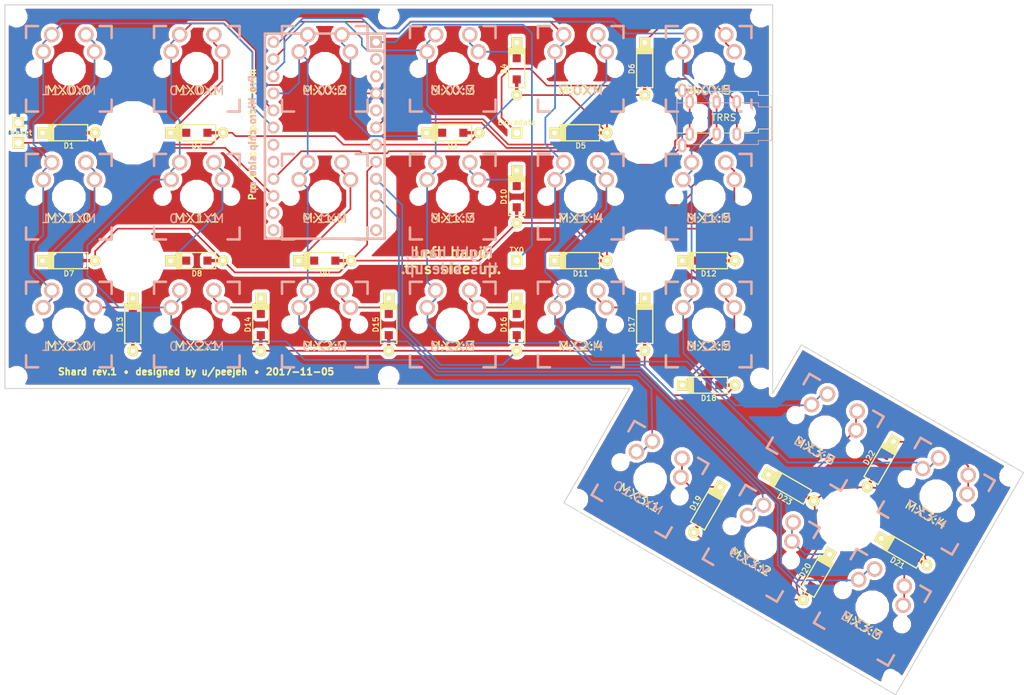
<source format=kicad_pcb>
(kicad_pcb (version 4) (host pcbnew 4.0.7)
  (title_block (title Shard) (date 2017-10-30) (rev rev1))
  (layers (0 F.Cu signal) (31 B.Cu signal) (34 B.Paste user) (35 F.Paste user) (36 B.SilkS user) (37 F.SilkS user) (38 B.Mask user) (39 F.Mask user) (44 Edge.Cuts user))
  (net 0 "")
  (net 1 "Net-(D1-Pad1)")
  (net 2 "Net-(D2-Pad1)")
  (net 3 "Net-(D3-Pad1)")
  (net 4 "Net-(D4-Pad1)")
  (net 5 "Net-(D5-Pad1)")
  (net 6 "Net-(D6-Pad1)")
  (net 7 "Net-(D7-Pad1)")
  (net 8 "Net-(D8-Pad1)")
  (net 9 "Net-(D9-Pad1)")
  (net 10 "Net-(D10-Pad1)")
  (net 11 "Net-(D11-Pad1)")
  (net 12 "Net-(D12-Pad1)")
  (net 13 "Net-(D13-Pad1)")
  (net 14 "Net-(D14-Pad1)")
  (net 15 "Net-(D15-Pad1)")
  (net 16 "Net-(D16-Pad1)")
  (net 17 "Net-(D17-Pad1)")
  (net 18 "Net-(D18-Pad1)")
  (net 19 "Net-(D19-Pad1)")
  (net 20 "Net-(D20-Pad1)")
  (net 21 "Net-(D21-Pad1)")
  (net 22 "Net-(D22-Pad1)")
  (net 23 "Net-(D23-Pad1)")
  (net 24 VCC)
  (net 25 GND)
  (net 26 "Net-(U1-Pad2)")
  (net 27 "Net-(U1-Pad5)")
  (net 28 "Net-(U1-Pad24)")
  (net 29 "Net-(U1-Pad20)")
  (net 30 "Net-(U1-Pad19)")
  (net 31 /Row0)
  (net 32 /Row1)
  (net 33 /Row2)
  (net 34 /Row3)
  (net 35 /Col0)
  (net 36 /Col1)
  (net 37 /Col2)
  (net 38 /Col3)
  (net 39 /Col4)
  (net 40 /Col5)
  (net 41 "Net-(U1-Pad11)")
  (net 42 "Net-(U1-Pad12)")
  (net 43 "Net-(J1-Pad1)")
  (net 44 "Net-(EXTRADATA1-Pad1)")
  (net 45 "Net-(RESET1-Pad1)")
  (net 46 "Net-(TX0-Pad1)")
  (net 47 "Net-(U1-Pad3)")
  (net 48 "Net-(U1-Pad23)")
  (module Mounting_Holes:MountingHole_8.4mm_M8 (layer F.Cu) (at 204.75 125)
    (fp_text reference M8 hide)
    (fp_text value MountingHole_8.4mm_M8 hide)
    (pad 1 np_thru_hole circle (at 0 0) (size 8.4 8.4) (drill 8.4) (layers *.Cu *.Mask))
  )
  (module Keyboard:MX_DoubleSided (layer B.Cu) (at 108 58 180)
    (fp_text reference MX0:1 (at 0 -3.175 180) (layer F.SilkS) (effects (font (size 1.27 1.524) (thickness 0.2032))))
    (fp_text value MX0:10 (at 0 -3.25 180) (layer B.SilkS) (effects (font (size 1.27 1.524) (thickness 0.2032)) (justify mirror)))
    (pad 1 thru_hole circle (at 2.54 5.08 180) (size 2.286 2.286) (drill 1.4986) (layers *.Cu *.SilkS *.Mask) (net 36 /Col1))
    (pad 2 thru_hole circle (at -2.54 5.08 180) (size 2.286 2.286) (drill 1.4986) (layers *.Cu *.SilkS *.Mask) (net 2 "Net-(D2-Pad1)"))
    (pad 2 thru_hole circle (at -3.81 2.54 180) (size 2.286 2.286) (drill 1.4986) (layers *.Cu *.SilkS *.Mask) (net 2 "Net-(D2-Pad1)"))
    (pad 1 thru_hole circle (at 3.81 2.54 180) (size 2.286 2.286) (drill 1.4986) (layers *.Cu *.SilkS *.Mask) (net 36 /Col1))
    (pad HOLE np_thru_hole circle (at 0 0 180) (size 3.9878 3.9878) (drill 3.9878) (layers *.Cu))
    (pad HOLE np_thru_hole circle (at -5.08 0 180) (size 1.7018 1.7018) (drill 1.7018) (layers *.Cu))
    (pad HOLE np_thru_hole circle (at 5.08 0 180) (size 1.7018 1.7018) (drill 1.7018) (layers *.Cu))
  )
  (module Mounting_Holes:MountingHole_8.4mm_M8 (layer F.Cu) (at 174.5 67.5)
    (fp_text reference M8 hide)
    (fp_text value MountingHole_8.4mm_M8 hide)
    (pad 1 np_thru_hole circle (at 0 0) (size 8.4 8.4) (drill 8.4) (layers *.Cu *.Mask))
  )
  (module Mounting_Holes:MountingHole_8.4mm_M8 (layer F.Cu) (at 98.5 67.5)
    (fp_text reference M8 hide)
    (fp_text value MountingHole_8.4mm_M8 hide)
    (pad 1 np_thru_hole circle (at 0 0) (size 8.4 8.4) (drill 8.4) (layers *.Cu *.Mask))
  )
  (module Mounting_Holes:MountingHole_8.4mm_M8 (layer F.Cu) (at 98.5 86.5)
    (fp_text reference M8 hide)
    (fp_text value MountingHole_8.4mm_M8 hide)
    (pad 1 np_thru_hole circle (at 0 0) (size 8.4 8.4) (drill 8.4) (layers *.Cu *.Mask))
  )
  (module Keyboard:MX_DoubleSided (layer B.Cu) (at 165 77 180)
    (fp_text reference MX1:4 (at 0 -3.175 180) (layer F.SilkS) (effects (font (size 1.27 1.524) (thickness 0.2032))))
    (fp_text value MX1:7 (at 0 -3.25 180) (layer B.SilkS) (effects (font (size 1.27 1.524) (thickness 0.2032)) (justify mirror)))
    (pad 1 thru_hole circle (at 2.54 5.08 180) (size 2.286 2.286) (drill 1.4986) (layers *.Cu *.SilkS *.Mask) (net 39 /Col4))
    (pad 2 thru_hole circle (at -2.54 5.08 180) (size 2.286 2.286) (drill 1.4986) (layers *.Cu *.SilkS *.Mask) (net 11 "Net-(D11-Pad1)"))
    (pad 2 thru_hole circle (at -3.81 2.54 180) (size 2.286 2.286) (drill 1.4986) (layers *.Cu *.SilkS *.Mask) (net 11 "Net-(D11-Pad1)"))
    (pad 1 thru_hole circle (at 3.81 2.54 180) (size 2.286 2.286) (drill 1.4986) (layers *.Cu *.SilkS *.Mask) (net 39 /Col4))
    (pad HOLE np_thru_hole circle (at 0 0 180) (size 3.9878 3.9878) (drill 3.9878) (layers *.Cu))
    (pad HOLE np_thru_hole circle (at -5.08 0 180) (size 1.7018 1.7018) (drill 1.7018) (layers *.Cu))
    (pad HOLE np_thru_hole circle (at 5.08 0 180) (size 1.7018 1.7018) (drill 1.7018) (layers *.Cu))
  )
  (module Keyboard:MX_DoubleSided (layer B.Cu) (at 89 77 180)
    (fp_text reference MX1:0 (at 0 -3.175 180) (layer F.SilkS) (effects (font (size 1.27 1.524) (thickness 0.2032))))
    (fp_text value MX1:11 (at 0 -3.25 180) (layer B.SilkS) (effects (font (size 1.27 1.524) (thickness 0.2032)) (justify mirror)))
    (pad 1 thru_hole circle (at 2.54 5.08 180) (size 2.286 2.286) (drill 1.4986) (layers *.Cu *.SilkS *.Mask) (net 35 /Col0))
    (pad 2 thru_hole circle (at -2.54 5.08 180) (size 2.286 2.286) (drill 1.4986) (layers *.Cu *.SilkS *.Mask) (net 7 "Net-(D7-Pad1)"))
    (pad 2 thru_hole circle (at -3.81 2.54 180) (size 2.286 2.286) (drill 1.4986) (layers *.Cu *.SilkS *.Mask) (net 7 "Net-(D7-Pad1)"))
    (pad 1 thru_hole circle (at 3.81 2.54 180) (size 2.286 2.286) (drill 1.4986) (layers *.Cu *.SilkS *.Mask) (net 35 /Col0))
    (pad HOLE np_thru_hole circle (at 0 0 180) (size 3.9878 3.9878) (drill 3.9878) (layers *.Cu))
    (pad HOLE np_thru_hole circle (at -5.08 0 180) (size 1.7018 1.7018) (drill 1.7018) (layers *.Cu))
    (pad HOLE np_thru_hole circle (at 5.08 0 180) (size 1.7018 1.7018) (drill 1.7018) (layers *.Cu))
  )
  (module keyboard_parts:D_SOD123_axial (layer F.Cu) (at 89 67.5)
    (fp_text reference D1 (at 0 1.925) (layer F.SilkS) (effects (font (size 0.8 0.8))))
    (fp_text value DIODE hide)
    (pad 2 smd rect (at 1.575 0) (size 1.2 1.2) (layers F.Cu F.Paste F.Mask) (net 31 /Row0))
    (pad 1 smd rect (at -1.575 0) (size 1.2 1.2) (layers F.Cu F.Paste F.Mask) (net 1 "Net-(D1-Pad1)"))
    (pad 1 thru_hole rect (at -3.9 0) (size 1.6 1.6) (drill 0.7) (layers *.Cu *.Mask F.SilkS) (net 1 "Net-(D1-Pad1)"))
    (pad 2 thru_hole circle (at 3.9 0) (size 1.6 1.6) (drill 0.7) (layers *.Cu *.Mask F.SilkS) (net 31 /Row0))
    (pad 1 smd rect (at -2.7 0) (size 2.5 0.5) (layers F.Cu) (net 1 "Net-(D1-Pad1)"))
    (pad 2 smd rect (at 2.7 0) (size 2.5 0.5) (layers F.Cu) (net 31 /Row0))
  )
  (module keyboard_parts:D_SOD123_axial (layer F.Cu) (at 108 67.5)
    (fp_text reference D2 (at 0 1.925) (layer F.SilkS) (effects (font (size 0.8 0.8))))
    (fp_text value DIODE hide)
    (pad 2 smd rect (at 1.575 0) (size 1.2 1.2) (layers F.Cu F.Paste F.Mask) (net 31 /Row0))
    (pad 1 smd rect (at -1.575 0) (size 1.2 1.2) (layers F.Cu F.Paste F.Mask) (net 2 "Net-(D2-Pad1)"))
    (pad 1 thru_hole rect (at -3.9 0) (size 1.6 1.6) (drill 0.7) (layers *.Cu *.Mask F.SilkS) (net 2 "Net-(D2-Pad1)"))
    (pad 2 thru_hole circle (at 3.9 0) (size 1.6 1.6) (drill 0.7) (layers *.Cu *.Mask F.SilkS) (net 31 /Row0))
    (pad 1 smd rect (at -2.7 0) (size 2.5 0.5) (layers F.Cu) (net 2 "Net-(D2-Pad1)"))
    (pad 2 smd rect (at 2.7 0) (size 2.5 0.5) (layers F.Cu) (net 31 /Row0))
  )
  (module keyboard_parts:D_SOD123_axial (layer F.Cu) (at 146 67.5)
    (fp_text reference D3 (at 0 1.925) (layer F.SilkS) (effects (font (size 0.8 0.8))))
    (fp_text value DIODE hide)
    (pad 2 smd rect (at 1.575 0) (size 1.2 1.2) (layers F.Cu F.Paste F.Mask) (net 31 /Row0))
    (pad 1 smd rect (at -1.575 0) (size 1.2 1.2) (layers F.Cu F.Paste F.Mask) (net 3 "Net-(D3-Pad1)"))
    (pad 1 thru_hole rect (at -3.9 0) (size 1.6 1.6) (drill 0.7) (layers *.Cu *.Mask F.SilkS) (net 3 "Net-(D3-Pad1)"))
    (pad 2 thru_hole circle (at 3.9 0) (size 1.6 1.6) (drill 0.7) (layers *.Cu *.Mask F.SilkS) (net 31 /Row0))
    (pad 1 smd rect (at -2.7 0) (size 2.5 0.5) (layers F.Cu) (net 3 "Net-(D3-Pad1)"))
    (pad 2 smd rect (at 2.7 0) (size 2.5 0.5) (layers F.Cu) (net 31 /Row0))
  )
  (module keyboard_parts:D_SOD123_axial (layer F.Cu) (at 155.5 58 270)
    (fp_text reference D4 (at 0 1.925 270) (layer F.SilkS) (effects (font (size 0.8 0.8))))
    (fp_text value DIODE hide)
    (pad 2 smd rect (at 1.575 0 270) (size 1.2 1.2) (layers F.Cu F.Paste F.Mask) (net 31 /Row0))
    (pad 1 smd rect (at -1.575 0 270) (size 1.2 1.2) (layers F.Cu F.Paste F.Mask) (net 4 "Net-(D4-Pad1)"))
    (pad 1 thru_hole rect (at -3.9 0 270) (size 1.6 1.6) (drill 0.7) (layers *.Cu *.Mask F.SilkS) (net 4 "Net-(D4-Pad1)"))
    (pad 2 thru_hole circle (at 3.9 0 270) (size 1.6 1.6) (drill 0.7) (layers *.Cu *.Mask F.SilkS) (net 31 /Row0))
    (pad 1 smd rect (at -2.7 0 270) (size 2.5 0.5) (layers F.Cu) (net 4 "Net-(D4-Pad1)"))
    (pad 2 smd rect (at 2.7 0 270) (size 2.5 0.5) (layers F.Cu) (net 31 /Row0))
  )
  (module keyboard_parts:D_SOD123_axial (layer F.Cu) (at 165 67.5)
    (fp_text reference D5 (at 0 1.925) (layer F.SilkS) (effects (font (size 0.8 0.8))))
    (fp_text value DIODE hide)
    (pad 2 smd rect (at 1.575 0) (size 1.2 1.2) (layers F.Cu F.Paste F.Mask) (net 31 /Row0))
    (pad 1 smd rect (at -1.575 0) (size 1.2 1.2) (layers F.Cu F.Paste F.Mask) (net 5 "Net-(D5-Pad1)"))
    (pad 1 thru_hole rect (at -3.9 0) (size 1.6 1.6) (drill 0.7) (layers *.Cu *.Mask F.SilkS) (net 5 "Net-(D5-Pad1)"))
    (pad 2 thru_hole circle (at 3.9 0) (size 1.6 1.6) (drill 0.7) (layers *.Cu *.Mask F.SilkS) (net 31 /Row0))
    (pad 1 smd rect (at -2.7 0) (size 2.5 0.5) (layers F.Cu) (net 5 "Net-(D5-Pad1)"))
    (pad 2 smd rect (at 2.7 0) (size 2.5 0.5) (layers F.Cu) (net 31 /Row0))
  )
  (module keyboard_parts:D_SOD123_axial (layer F.Cu) (at 174.5 58 270)
    (fp_text reference D6 (at 0 1.925 270) (layer F.SilkS) (effects (font (size 0.8 0.8))))
    (fp_text value DIODE hide)
    (pad 2 smd rect (at 1.575 0 270) (size 1.2 1.2) (layers F.Cu F.Paste F.Mask) (net 31 /Row0))
    (pad 1 smd rect (at -1.575 0 270) (size 1.2 1.2) (layers F.Cu F.Paste F.Mask) (net 6 "Net-(D6-Pad1)"))
    (pad 1 thru_hole rect (at -3.9 0 270) (size 1.6 1.6) (drill 0.7) (layers *.Cu *.Mask F.SilkS) (net 6 "Net-(D6-Pad1)"))
    (pad 2 thru_hole circle (at 3.9 0 270) (size 1.6 1.6) (drill 0.7) (layers *.Cu *.Mask F.SilkS) (net 31 /Row0))
    (pad 1 smd rect (at -2.7 0 270) (size 2.5 0.5) (layers F.Cu) (net 6 "Net-(D6-Pad1)"))
    (pad 2 smd rect (at 2.7 0 270) (size 2.5 0.5) (layers F.Cu) (net 31 /Row0))
  )
  (module keyboard_parts:D_SOD123_axial (layer F.Cu) (at 89 86.5)
    (fp_text reference D7 (at 0 1.925) (layer F.SilkS) (effects (font (size 0.8 0.8))))
    (fp_text value DIODE hide)
    (pad 2 smd rect (at 1.575 0) (size 1.2 1.2) (layers F.Cu F.Paste F.Mask) (net 32 /Row1))
    (pad 1 smd rect (at -1.575 0) (size 1.2 1.2) (layers F.Cu F.Paste F.Mask) (net 7 "Net-(D7-Pad1)"))
    (pad 1 thru_hole rect (at -3.9 0) (size 1.6 1.6) (drill 0.7) (layers *.Cu *.Mask F.SilkS) (net 7 "Net-(D7-Pad1)"))
    (pad 2 thru_hole circle (at 3.9 0) (size 1.6 1.6) (drill 0.7) (layers *.Cu *.Mask F.SilkS) (net 32 /Row1))
    (pad 1 smd rect (at -2.7 0) (size 2.5 0.5) (layers F.Cu) (net 7 "Net-(D7-Pad1)"))
    (pad 2 smd rect (at 2.7 0) (size 2.5 0.5) (layers F.Cu) (net 32 /Row1))
  )
  (module keyboard_parts:D_SOD123_axial (layer F.Cu) (at 108 86.5)
    (fp_text reference D8 (at 0 1.925) (layer F.SilkS) (effects (font (size 0.8 0.8))))
    (fp_text value DIODE hide)
    (pad 2 smd rect (at 1.575 0) (size 1.2 1.2) (layers F.Cu F.Paste F.Mask) (net 32 /Row1))
    (pad 1 smd rect (at -1.575 0) (size 1.2 1.2) (layers F.Cu F.Paste F.Mask) (net 8 "Net-(D8-Pad1)"))
    (pad 1 thru_hole rect (at -3.9 0) (size 1.6 1.6) (drill 0.7) (layers *.Cu *.Mask F.SilkS) (net 8 "Net-(D8-Pad1)"))
    (pad 2 thru_hole circle (at 3.9 0) (size 1.6 1.6) (drill 0.7) (layers *.Cu *.Mask F.SilkS) (net 32 /Row1))
    (pad 1 smd rect (at -2.7 0) (size 2.5 0.5) (layers F.Cu) (net 8 "Net-(D8-Pad1)"))
    (pad 2 smd rect (at 2.7 0) (size 2.5 0.5) (layers F.Cu) (net 32 /Row1))
  )
  (module keyboard_parts:D_SOD123_axial (layer F.Cu) (at 127 86.5)
    (fp_text reference D9 (at 0 1.925) (layer F.SilkS) (effects (font (size 0.8 0.8))))
    (fp_text value DIODE hide)
    (pad 2 smd rect (at 1.575 0) (size 1.2 1.2) (layers F.Cu F.Paste F.Mask) (net 32 /Row1))
    (pad 1 smd rect (at -1.575 0) (size 1.2 1.2) (layers F.Cu F.Paste F.Mask) (net 9 "Net-(D9-Pad1)"))
    (pad 1 thru_hole rect (at -3.9 0) (size 1.6 1.6) (drill 0.7) (layers *.Cu *.Mask F.SilkS) (net 9 "Net-(D9-Pad1)"))
    (pad 2 thru_hole circle (at 3.9 0) (size 1.6 1.6) (drill 0.7) (layers *.Cu *.Mask F.SilkS) (net 32 /Row1))
    (pad 1 smd rect (at -2.7 0) (size 2.5 0.5) (layers F.Cu) (net 9 "Net-(D9-Pad1)"))
    (pad 2 smd rect (at 2.7 0) (size 2.5 0.5) (layers F.Cu) (net 32 /Row1))
  )
  (module keyboard_parts:D_SOD123_axial (layer F.Cu) (at 155.5 77 270)
    (fp_text reference D10 (at 0 1.925 270) (layer F.SilkS) (effects (font (size 0.8 0.8))))
    (fp_text value DIODE hide)
    (pad 2 smd rect (at 1.575 0 270) (size 1.2 1.2) (layers F.Cu F.Paste F.Mask) (net 32 /Row1))
    (pad 1 smd rect (at -1.575 0 270) (size 1.2 1.2) (layers F.Cu F.Paste F.Mask) (net 10 "Net-(D10-Pad1)"))
    (pad 1 thru_hole rect (at -3.9 0 270) (size 1.6 1.6) (drill 0.7) (layers *.Cu *.Mask F.SilkS) (net 10 "Net-(D10-Pad1)"))
    (pad 2 thru_hole circle (at 3.9 0 270) (size 1.6 1.6) (drill 0.7) (layers *.Cu *.Mask F.SilkS) (net 32 /Row1))
    (pad 1 smd rect (at -2.7 0 270) (size 2.5 0.5) (layers F.Cu) (net 10 "Net-(D10-Pad1)"))
    (pad 2 smd rect (at 2.7 0 270) (size 2.5 0.5) (layers F.Cu) (net 32 /Row1))
  )
  (module keyboard_parts:D_SOD123_axial (layer F.Cu) (at 165 86.5)
    (fp_text reference D11 (at 0 1.925) (layer F.SilkS) (effects (font (size 0.8 0.8))))
    (fp_text value DIODE hide)
    (pad 2 smd rect (at 1.575 0) (size 1.2 1.2) (layers F.Cu F.Paste F.Mask) (net 32 /Row1))
    (pad 1 smd rect (at -1.575 0) (size 1.2 1.2) (layers F.Cu F.Paste F.Mask) (net 11 "Net-(D11-Pad1)"))
    (pad 1 thru_hole rect (at -3.9 0) (size 1.6 1.6) (drill 0.7) (layers *.Cu *.Mask F.SilkS) (net 11 "Net-(D11-Pad1)"))
    (pad 2 thru_hole circle (at 3.9 0) (size 1.6 1.6) (drill 0.7) (layers *.Cu *.Mask F.SilkS) (net 32 /Row1))
    (pad 1 smd rect (at -2.7 0) (size 2.5 0.5) (layers F.Cu) (net 11 "Net-(D11-Pad1)"))
    (pad 2 smd rect (at 2.7 0) (size 2.5 0.5) (layers F.Cu) (net 32 /Row1))
  )
  (module keyboard_parts:D_SOD123_axial (layer F.Cu) (at 184 86.5)
    (fp_text reference D12 (at 0 1.925) (layer F.SilkS) (effects (font (size 0.8 0.8))))
    (fp_text value DIODE hide)
    (pad 2 smd rect (at 1.575 0) (size 1.2 1.2) (layers F.Cu F.Paste F.Mask) (net 32 /Row1))
    (pad 1 smd rect (at -1.575 0) (size 1.2 1.2) (layers F.Cu F.Paste F.Mask) (net 12 "Net-(D12-Pad1)"))
    (pad 1 thru_hole rect (at -3.9 0) (size 1.6 1.6) (drill 0.7) (layers *.Cu *.Mask F.SilkS) (net 12 "Net-(D12-Pad1)"))
    (pad 2 thru_hole circle (at 3.9 0) (size 1.6 1.6) (drill 0.7) (layers *.Cu *.Mask F.SilkS) (net 32 /Row1))
    (pad 1 smd rect (at -2.7 0) (size 2.5 0.5) (layers F.Cu) (net 12 "Net-(D12-Pad1)"))
    (pad 2 smd rect (at 2.7 0) (size 2.5 0.5) (layers F.Cu) (net 32 /Row1))
  )
  (module keyboard_parts:D_SOD123_axial (layer F.Cu) (at 98.5 96 270)
    (fp_text reference D13 (at 0 1.925 270) (layer F.SilkS) (effects (font (size 0.8 0.8))))
    (fp_text value DIODE hide)
    (pad 2 smd rect (at 1.575 0 270) (size 1.2 1.2) (layers F.Cu F.Paste F.Mask) (net 33 /Row2))
    (pad 1 smd rect (at -1.575 0 270) (size 1.2 1.2) (layers F.Cu F.Paste F.Mask) (net 13 "Net-(D13-Pad1)"))
    (pad 1 thru_hole rect (at -3.9 0 270) (size 1.6 1.6) (drill 0.7) (layers *.Cu *.Mask F.SilkS) (net 13 "Net-(D13-Pad1)"))
    (pad 2 thru_hole circle (at 3.9 0 270) (size 1.6 1.6) (drill 0.7) (layers *.Cu *.Mask F.SilkS) (net 33 /Row2))
    (pad 1 smd rect (at -2.7 0 270) (size 2.5 0.5) (layers F.Cu) (net 13 "Net-(D13-Pad1)"))
    (pad 2 smd rect (at 2.7 0 270) (size 2.5 0.5) (layers F.Cu) (net 33 /Row2))
  )
  (module keyboard_parts:D_SOD123_axial (layer F.Cu) (at 117.5 96 270)
    (fp_text reference D14 (at 0 1.925 270) (layer F.SilkS) (effects (font (size 0.8 0.8))))
    (fp_text value DIODE hide)
    (pad 2 smd rect (at 1.575 0 270) (size 1.2 1.2) (layers F.Cu F.Paste F.Mask) (net 33 /Row2))
    (pad 1 smd rect (at -1.575 0 270) (size 1.2 1.2) (layers F.Cu F.Paste F.Mask) (net 14 "Net-(D14-Pad1)"))
    (pad 1 thru_hole rect (at -3.9 0 270) (size 1.6 1.6) (drill 0.7) (layers *.Cu *.Mask F.SilkS) (net 14 "Net-(D14-Pad1)"))
    (pad 2 thru_hole circle (at 3.9 0 270) (size 1.6 1.6) (drill 0.7) (layers *.Cu *.Mask F.SilkS) (net 33 /Row2))
    (pad 1 smd rect (at -2.7 0 270) (size 2.5 0.5) (layers F.Cu) (net 14 "Net-(D14-Pad1)"))
    (pad 2 smd rect (at 2.7 0 270) (size 2.5 0.5) (layers F.Cu) (net 33 /Row2))
  )
  (module keyboard_parts:D_SOD123_axial (layer F.Cu) (at 136.5 96 270)
    (fp_text reference D15 (at 0 1.925 270) (layer F.SilkS) (effects (font (size 0.8 0.8))))
    (fp_text value DIODE hide)
    (pad 2 smd rect (at 1.575 0 270) (size 1.2 1.2) (layers F.Cu F.Paste F.Mask) (net 33 /Row2))
    (pad 1 smd rect (at -1.575 0 270) (size 1.2 1.2) (layers F.Cu F.Paste F.Mask) (net 15 "Net-(D15-Pad1)"))
    (pad 1 thru_hole rect (at -3.9 0 270) (size 1.6 1.6) (drill 0.7) (layers *.Cu *.Mask F.SilkS) (net 15 "Net-(D15-Pad1)"))
    (pad 2 thru_hole circle (at 3.9 0 270) (size 1.6 1.6) (drill 0.7) (layers *.Cu *.Mask F.SilkS) (net 33 /Row2))
    (pad 1 smd rect (at -2.7 0 270) (size 2.5 0.5) (layers F.Cu) (net 15 "Net-(D15-Pad1)"))
    (pad 2 smd rect (at 2.7 0 270) (size 2.5 0.5) (layers F.Cu) (net 33 /Row2))
  )
  (module keyboard_parts:D_SOD123_axial (layer F.Cu) (at 155.5 96 270)
    (fp_text reference D16 (at 0 1.925 270) (layer F.SilkS) (effects (font (size 0.8 0.8))))
    (fp_text value DIODE hide)
    (pad 2 smd rect (at 1.575 0 270) (size 1.2 1.2) (layers F.Cu F.Paste F.Mask) (net 33 /Row2))
    (pad 1 smd rect (at -1.575 0 270) (size 1.2 1.2) (layers F.Cu F.Paste F.Mask) (net 16 "Net-(D16-Pad1)"))
    (pad 1 thru_hole rect (at -3.9 0 270) (size 1.6 1.6) (drill 0.7) (layers *.Cu *.Mask F.SilkS) (net 16 "Net-(D16-Pad1)"))
    (pad 2 thru_hole circle (at 3.9 0 270) (size 1.6 1.6) (drill 0.7) (layers *.Cu *.Mask F.SilkS) (net 33 /Row2))
    (pad 1 smd rect (at -2.7 0 270) (size 2.5 0.5) (layers F.Cu) (net 16 "Net-(D16-Pad1)"))
    (pad 2 smd rect (at 2.7 0 270) (size 2.5 0.5) (layers F.Cu) (net 33 /Row2))
  )
  (module keyboard_parts:D_SOD123_axial (layer F.Cu) (at 174.5 96 270)
    (fp_text reference D17 (at 0 1.925 270) (layer F.SilkS) (effects (font (size 0.8 0.8))))
    (fp_text value DIODE hide)
    (pad 2 smd rect (at 1.575 0 270) (size 1.2 1.2) (layers F.Cu F.Paste F.Mask) (net 33 /Row2))
    (pad 1 smd rect (at -1.575 0 270) (size 1.2 1.2) (layers F.Cu F.Paste F.Mask) (net 17 "Net-(D17-Pad1)"))
    (pad 1 thru_hole rect (at -3.9 0 270) (size 1.6 1.6) (drill 0.7) (layers *.Cu *.Mask F.SilkS) (net 17 "Net-(D17-Pad1)"))
    (pad 2 thru_hole circle (at 3.9 0 270) (size 1.6 1.6) (drill 0.7) (layers *.Cu *.Mask F.SilkS) (net 33 /Row2))
    (pad 1 smd rect (at -2.7 0 270) (size 2.5 0.5) (layers F.Cu) (net 17 "Net-(D17-Pad1)"))
    (pad 2 smd rect (at 2.7 0 270) (size 2.5 0.5) (layers F.Cu) (net 33 /Row2))
  )
  (module keyboard_parts:D_SOD123_axial (layer F.Cu) (at 184 105)
    (fp_text reference D18 (at 0 1.925) (layer F.SilkS) (effects (font (size 0.8 0.8))))
    (fp_text value DIODE hide)
    (pad 2 smd rect (at 1.575 0) (size 1.2 1.2) (layers F.Cu F.Paste F.Mask) (net 33 /Row2))
    (pad 1 smd rect (at -1.575 0) (size 1.2 1.2) (layers F.Cu F.Paste F.Mask) (net 18 "Net-(D18-Pad1)"))
    (pad 1 thru_hole rect (at -3.9 0) (size 1.6 1.6) (drill 0.7) (layers *.Cu *.Mask F.SilkS) (net 18 "Net-(D18-Pad1)"))
    (pad 2 thru_hole circle (at 3.9 0) (size 1.6 1.6) (drill 0.7) (layers *.Cu *.Mask F.SilkS) (net 33 /Row2))
    (pad 1 smd rect (at -2.7 0) (size 2.5 0.5) (layers F.Cu) (net 18 "Net-(D18-Pad1)"))
    (pad 2 smd rect (at 2.7 0) (size 2.5 0.5) (layers F.Cu) (net 33 /Row2))
  )
  (module keyboard_parts:D_SOD123_axial (layer F.Cu) (at 183.75 123.5 240)
    (fp_text reference D19 (at 0 1.925 240) (layer F.SilkS) (effects (font (size 0.8 0.8))))
    (fp_text value DIODE hide)
    (pad 2 smd rect (at 1.575 0 240) (size 1.2 1.2) (layers F.Cu F.Paste F.Mask) (net 34 /Row3))
    (pad 1 smd rect (at -1.575 0 240) (size 1.2 1.2) (layers F.Cu F.Paste F.Mask) (net 19 "Net-(D19-Pad1)"))
    (pad 1 thru_hole rect (at -3.9 0 240) (size 1.6 1.6) (drill 0.7) (layers *.Cu *.Mask F.SilkS) (net 19 "Net-(D19-Pad1)"))
    (pad 2 thru_hole circle (at 3.9 0 240) (size 1.6 1.6) (drill 0.7) (layers *.Cu *.Mask F.SilkS) (net 34 /Row3))
    (pad 1 smd rect (at -2.7 0 240) (size 2.5 0.5) (layers F.Cu) (net 19 "Net-(D19-Pad1)"))
    (pad 2 smd rect (at 2.7 0 240) (size 2.5 0.5) (layers F.Cu) (net 34 /Row3))
  )
  (module keyboard_parts:D_SOD123_axial (layer F.Cu) (at 200 133.5 240)
    (fp_text reference D20 (at 0 1.925 240) (layer F.SilkS) (effects (font (size 0.8 0.8))))
    (fp_text value DIODE hide)
    (pad 2 smd rect (at 1.575 0 240) (size 1.2 1.2) (layers F.Cu F.Paste F.Mask) (net 34 /Row3))
    (pad 1 smd rect (at -1.575 0 240) (size 1.2 1.2) (layers F.Cu F.Paste F.Mask) (net 20 "Net-(D20-Pad1)"))
    (pad 1 thru_hole rect (at -3.9 0 240) (size 1.6 1.6) (drill 0.7) (layers *.Cu *.Mask F.SilkS) (net 20 "Net-(D20-Pad1)"))
    (pad 2 thru_hole circle (at 3.9 0 240) (size 1.6 1.6) (drill 0.7) (layers *.Cu *.Mask F.SilkS) (net 34 /Row3))
    (pad 1 smd rect (at -2.7 0 240) (size 2.5 0.5) (layers F.Cu) (net 20 "Net-(D20-Pad1)"))
    (pad 2 smd rect (at 2.7 0 240) (size 2.5 0.5) (layers F.Cu) (net 34 /Row3))
  )
  (module keyboard_parts:D_SOD123_axial (layer F.Cu) (at 213 129.75 330)
    (fp_text reference D21 (at 0 1.925 330) (layer F.SilkS) (effects (font (size 0.8 0.8))))
    (fp_text value DIODE hide)
    (pad 2 smd rect (at 1.575 0 330) (size 1.2 1.2) (layers F.Cu F.Paste F.Mask) (net 34 /Row3))
    (pad 1 smd rect (at -1.575 0 330) (size 1.2 1.2) (layers F.Cu F.Paste F.Mask) (net 21 "Net-(D21-Pad1)"))
    (pad 1 thru_hole rect (at -3.9 0 330) (size 1.6 1.6) (drill 0.7) (layers *.Cu *.Mask F.SilkS) (net 21 "Net-(D21-Pad1)"))
    (pad 2 thru_hole circle (at 3.9 0 330) (size 1.6 1.6) (drill 0.7) (layers *.Cu *.Mask F.SilkS) (net 34 /Row3))
    (pad 1 smd rect (at -2.7 0 330) (size 2.5 0.5) (layers F.Cu) (net 21 "Net-(D21-Pad1)"))
    (pad 2 smd rect (at 2.7 0 330) (size 2.5 0.5) (layers F.Cu) (net 34 /Row3))
  )
  (module keyboard_parts:D_SOD123_axial (layer F.Cu) (at 209.5 116.75 240)
    (fp_text reference D22 (at 0 1.925 240) (layer F.SilkS) (effects (font (size 0.8 0.8))))
    (fp_text value DIODE hide)
    (pad 2 smd rect (at 1.575 0 240) (size 1.2 1.2) (layers F.Cu F.Paste F.Mask) (net 34 /Row3))
    (pad 1 smd rect (at -1.575 0 240) (size 1.2 1.2) (layers F.Cu F.Paste F.Mask) (net 22 "Net-(D22-Pad1)"))
    (pad 1 thru_hole rect (at -3.9 0 240) (size 1.6 1.6) (drill 0.7) (layers *.Cu *.Mask F.SilkS) (net 22 "Net-(D22-Pad1)"))
    (pad 2 thru_hole circle (at 3.9 0 240) (size 1.6 1.6) (drill 0.7) (layers *.Cu *.Mask F.SilkS) (net 34 /Row3))
    (pad 1 smd rect (at -2.7 0 240) (size 2.5 0.5) (layers F.Cu) (net 22 "Net-(D22-Pad1)"))
    (pad 2 smd rect (at 2.7 0 240) (size 2.5 0.5) (layers F.Cu) (net 34 /Row3))
  )
  (module keyboard_parts:D_SOD123_axial (layer F.Cu) (at 196.25 120.25 330)
    (fp_text reference D23 (at 0 1.925 330) (layer F.SilkS) (effects (font (size 0.8 0.8))))
    (fp_text value DIODE hide)
    (pad 2 smd rect (at 1.575 0 330) (size 1.2 1.2) (layers F.Cu F.Paste F.Mask) (net 34 /Row3))
    (pad 1 smd rect (at -1.575 0 330) (size 1.2 1.2) (layers F.Cu F.Paste F.Mask) (net 23 "Net-(D23-Pad1)"))
    (pad 1 thru_hole rect (at -3.9 0 330) (size 1.6 1.6) (drill 0.7) (layers *.Cu *.Mask F.SilkS) (net 23 "Net-(D23-Pad1)"))
    (pad 2 thru_hole circle (at 3.9 0 330) (size 1.6 1.6) (drill 0.7) (layers *.Cu *.Mask F.SilkS) (net 34 /Row3))
    (pad 1 smd rect (at -2.7 0 330) (size 2.5 0.5) (layers F.Cu) (net 23 "Net-(D23-Pad1)"))
    (pad 2 smd rect (at 2.7 0 330) (size 2.5 0.5) (layers F.Cu) (net 34 /Row3))
  )
  (module keebs:Pro_Micro (layer B.Cu) (at 127 68 270)
    (fp_text reference U1 hide)
    (fp_text value ARDUINO_PRO_MICRO hide)
    (pad 1 thru_hole rect (at -13.97 -7.62 270) (size 1.7526 1.7526) (drill 1.0922) (layers *.Cu *.SilkS *.Mask) (net 46 "Net-(TX0-Pad1)"))
    (pad 2 thru_hole circle (at -11.43 -7.62 270) (size 1.7526 1.7526) (drill 1.0922) (layers *.Cu *.SilkS *.Mask) (net 26 "Net-(U1-Pad2)"))
    (pad 3 thru_hole circle (at -8.89 -7.62 270) (size 1.7526 1.7526) (drill 1.0922) (layers *.Cu *.SilkS *.Mask) (net 47 "Net-(U1-Pad3)"))
    (pad 4 thru_hole circle (at -6.35 -7.62 270) (size 1.7526 1.7526) (drill 1.0922) (layers *.Cu *.SilkS *.Mask) (net 25 GND))
    (pad 5 thru_hole circle (at -3.81 -7.62 270) (size 1.7526 1.7526) (drill 1.0922) (layers *.Cu *.SilkS *.Mask) (net 27 "Net-(U1-Pad5)"))
    (pad 6 thru_hole circle (at -1.27 -7.62 270) (size 1.7526 1.7526) (drill 1.0922) (layers *.Cu *.SilkS *.Mask) (net 43 "Net-(J1-Pad1)"))
    (pad 7 thru_hole circle (at 1.27 -7.62 270) (size 1.7526 1.7526) (drill 1.0922) (layers *.Cu *.SilkS *.Mask) (net 31 /Row0))
    (pad 8 thru_hole circle (at 3.81 -7.62 270) (size 1.7526 1.7526) (drill 1.0922) (layers *.Cu *.SilkS *.Mask) (net 32 /Row1))
    (pad 9 thru_hole circle (at 6.35 -7.62 270) (size 1.7526 1.7526) (drill 1.0922) (layers *.Cu *.SilkS *.Mask) (net 33 /Row2))
    (pad 10 thru_hole circle (at 8.89 -7.62 270) (size 1.7526 1.7526) (drill 1.0922) (layers *.Cu *.SilkS *.Mask) (net 34 /Row3))
    (pad 11 thru_hole circle (at 11.43 -7.62 270) (size 1.7526 1.7526) (drill 1.0922) (layers *.Cu *.SilkS *.Mask) (net 41 "Net-(U1-Pad11)"))
    (pad 12 thru_hole circle (at 13.97 -7.62 270) (size 1.7526 1.7526) (drill 1.0922) (layers *.Cu *.SilkS *.Mask) (net 42 "Net-(U1-Pad12)"))
    (pad 24 thru_hole circle (at 13.97 7.62 270) (size 1.7526 1.7526) (drill 1.0922) (layers *.Cu *.SilkS *.Mask) (net 28 "Net-(U1-Pad24)"))
    (pad 23 thru_hole circle (at 11.43 7.62 270) (size 1.7526 1.7526) (drill 1.0922) (layers *.Cu *.SilkS *.Mask) (net 48 "Net-(U1-Pad23)"))
    (pad 22 thru_hole circle (at 8.89 7.62 270) (size 1.7526 1.7526) (drill 1.0922) (layers *.Cu *.SilkS *.Mask) (net 45 "Net-(RESET1-Pad1)"))
    (pad 21 thru_hole circle (at 6.35 7.62 270) (size 1.7526 1.7526) (drill 1.0922) (layers *.Cu *.SilkS *.Mask) (net 24 VCC))
    (pad 20 thru_hole circle (at 3.81 7.62 270) (size 1.7526 1.7526) (drill 1.0922) (layers *.Cu *.SilkS *.Mask) (net 29 "Net-(U1-Pad20)"))
    (pad 19 thru_hole circle (at 1.27 7.62 270) (size 1.7526 1.7526) (drill 1.0922) (layers *.Cu *.SilkS *.Mask) (net 30 "Net-(U1-Pad19)"))
    (pad 18 thru_hole circle (at -1.27 7.62 270) (size 1.7526 1.7526) (drill 1.0922) (layers *.Cu *.SilkS *.Mask) (net 35 /Col0))
    (pad 17 thru_hole circle (at -3.81 7.62 270) (size 1.7526 1.7526) (drill 1.0922) (layers *.Cu *.SilkS *.Mask) (net 36 /Col1))
    (pad 16 thru_hole circle (at -6.35 7.62 270) (size 1.7526 1.7526) (drill 1.0922) (layers *.Cu *.SilkS *.Mask) (net 37 /Col2))
    (pad 15 thru_hole circle (at -8.89 7.62 270) (size 1.7526 1.7526) (drill 1.0922) (layers *.Cu *.SilkS *.Mask) (net 38 /Col3))
    (pad 14 thru_hole circle (at -11.43 7.62 270) (size 1.7526 1.7526) (drill 1.0922) (layers *.Cu *.SilkS *.Mask) (net 39 /Col4))
    (pad 13 thru_hole circle (at -13.97 7.62 270) (size 1.7526 1.7526) (drill 1.0922) (layers *.Cu *.SilkS *.Mask) (net 40 /Col5))
  )
  (module Keyboard:PJ320A_3.5mm_Jack (layer F.Cu) (at 185 65.25 180)
    (fp_text reference J1 hide)
    (fp_text value TRRS (at -1.25 0 180) (layer F.SilkS))
    (pad "" np_thru_hole circle (at 2.225 -0.9) (size 1.5 1.5) (drill 1.5) (layers *.Cu *.Mask))
    (pad "" np_thru_hole circle (at -4.775 -0.9) (size 1.5 1.5) (drill 1.5) (layers *.Cu *.Mask))
    (pad 3 thru_hole oval (at -3.175 2.35) (size 1.2 2) (drill oval 0.6 1.4) (layers *.Cu *.SilkS *.Mask) (net 44 "Net-(EXTRADATA1-Pad1)"))
    (pad 2 thru_hole oval (at -0.175 2.35) (size 1.2 2) (drill oval 0.6 1.2) (layers *.Cu *.SilkS *.Mask) (net 24 VCC))
    (pad 1 thru_hole oval (at 3.825 2.35) (size 1.2 2) (drill oval 0.6 1.4) (layers *.Cu *.SilkS *.Mask) (net 43 "Net-(J1-Pad1)"))
    (pad 4 thru_hole oval (at 4.925 -4.15) (size 1.2 2) (drill oval 0.6 1.4) (layers *.Cu *.SilkS *.Mask) (net 25 GND))
    (pad 4 thru_hole oval (at 4.925 4.05 180) (size 1.2 2) (drill oval 0.6 1.4) (layers *.Cu *.SilkS *.Mask) (net 25 GND))
    (pad 1 thru_hole oval (at 3.825 -2.45 180) (size 1.2 2) (drill oval 0.6 1.4) (layers *.Cu *.SilkS *.Mask) (net 43 "Net-(J1-Pad1)"))
    (pad 2 thru_hole oval (at -0.175 -2.45 180) (size 1.2 2) (drill oval 0.6 1.2) (layers *.Cu *.SilkS *.Mask) (net 24 VCC))
    (pad 3 thru_hole oval (at -3.175 -2.45 180) (size 1.2 2) (drill oval 0.6 1.4) (layers *.Cu *.SilkS *.Mask) (net 44 "Net-(EXTRADATA1-Pad1)"))
    (pad "" np_thru_hole circle (at -4.775 0.8 180) (size 1.5 1.5) (drill 1.5) (layers *.Cu *.Mask))
    (pad "" np_thru_hole circle (at 2.225 0.8 180) (size 1.5 1.5) (drill 1.5) (layers *.Cu *.Mask))
  )
  (module Keyboard:MX_DoubleSided (layer B.Cu) (at 89 58 180)
    (fp_text reference MX0:0 (at 0 -3.175 180) (layer F.SilkS) (effects (font (size 1.27 1.524) (thickness 0.2032))))
    (fp_text value MX0:11 (at 0 -3.25 180) (layer B.SilkS) (effects (font (size 1.27 1.524) (thickness 0.2032)) (justify mirror)))
    (pad 1 thru_hole circle (at 2.54 5.08 180) (size 2.286 2.286) (drill 1.4986) (layers *.Cu *.SilkS *.Mask) (net 35 /Col0))
    (pad 2 thru_hole circle (at -2.54 5.08 180) (size 2.286 2.286) (drill 1.4986) (layers *.Cu *.SilkS *.Mask) (net 1 "Net-(D1-Pad1)"))
    (pad 2 thru_hole circle (at -3.81 2.54 180) (size 2.286 2.286) (drill 1.4986) (layers *.Cu *.SilkS *.Mask) (net 1 "Net-(D1-Pad1)"))
    (pad 1 thru_hole circle (at 3.81 2.54 180) (size 2.286 2.286) (drill 1.4986) (layers *.Cu *.SilkS *.Mask) (net 35 /Col0))
    (pad HOLE np_thru_hole circle (at 0 0 180) (size 3.9878 3.9878) (drill 3.9878) (layers *.Cu))
    (pad HOLE np_thru_hole circle (at -5.08 0 180) (size 1.7018 1.7018) (drill 1.7018) (layers *.Cu))
    (pad HOLE np_thru_hole circle (at 5.08 0 180) (size 1.7018 1.7018) (drill 1.7018) (layers *.Cu))
  )
  (module Keyboard:MX_DoubleSided (layer B.Cu) (at 127 58 180)
    (fp_text reference MX0:2 (at 0 -3.175 180) (layer F.SilkS) (effects (font (size 1.27 1.524) (thickness 0.2032))))
    (fp_text value MX0:9 (at 0 -3.25 180) (layer B.SilkS) (effects (font (size 1.27 1.524) (thickness 0.2032)) (justify mirror)))
    (pad 1 thru_hole circle (at 2.54 5.08 180) (size 2.286 2.286) (drill 1.4986) (layers *.Cu *.SilkS *.Mask) (net 37 /Col2))
    (pad 2 thru_hole circle (at -2.54 5.08 180) (size 2.286 2.286) (drill 1.4986) (layers *.Cu *.SilkS *.Mask) (net 3 "Net-(D3-Pad1)"))
    (pad 2 thru_hole circle (at -3.81 2.54 180) (size 2.286 2.286) (drill 1.4986) (layers *.Cu *.SilkS *.Mask) (net 3 "Net-(D3-Pad1)"))
    (pad 1 thru_hole circle (at 3.81 2.54 180) (size 2.286 2.286) (drill 1.4986) (layers *.Cu *.SilkS *.Mask) (net 37 /Col2))
    (pad HOLE np_thru_hole circle (at 0 0 180) (size 3.9878 3.9878) (drill 3.9878) (layers *.Cu))
    (pad HOLE np_thru_hole circle (at -5.08 0 180) (size 1.7018 1.7018) (drill 1.7018) (layers *.Cu))
    (pad HOLE np_thru_hole circle (at 5.08 0 180) (size 1.7018 1.7018) (drill 1.7018) (layers *.Cu))
  )
  (module Keyboard:MX_DoubleSided (layer B.Cu) (at 146 58 180)
    (fp_text reference MX0:3 (at 0 -3.175 180) (layer F.SilkS) (effects (font (size 1.27 1.524) (thickness 0.2032))))
    (fp_text value MX0:8 (at 0 -3.25 180) (layer B.SilkS) (effects (font (size 1.27 1.524) (thickness 0.2032)) (justify mirror)))
    (pad 1 thru_hole circle (at 2.54 5.08 180) (size 2.286 2.286) (drill 1.4986) (layers *.Cu *.SilkS *.Mask) (net 38 /Col3))
    (pad 2 thru_hole circle (at -2.54 5.08 180) (size 2.286 2.286) (drill 1.4986) (layers *.Cu *.SilkS *.Mask) (net 4 "Net-(D4-Pad1)"))
    (pad 2 thru_hole circle (at -3.81 2.54 180) (size 2.286 2.286) (drill 1.4986) (layers *.Cu *.SilkS *.Mask) (net 4 "Net-(D4-Pad1)"))
    (pad 1 thru_hole circle (at 3.81 2.54 180) (size 2.286 2.286) (drill 1.4986) (layers *.Cu *.SilkS *.Mask) (net 38 /Col3))
    (pad HOLE np_thru_hole circle (at 0 0 180) (size 3.9878 3.9878) (drill 3.9878) (layers *.Cu))
    (pad HOLE np_thru_hole circle (at -5.08 0 180) (size 1.7018 1.7018) (drill 1.7018) (layers *.Cu))
    (pad HOLE np_thru_hole circle (at 5.08 0 180) (size 1.7018 1.7018) (drill 1.7018) (layers *.Cu))
  )
  (module Keyboard:MX_DoubleSided (layer B.Cu) (at 165 58 180)
    (fp_text reference MX0:4 (at 0 -3.175 180) (layer F.SilkS) (effects (font (size 1.27 1.524) (thickness 0.2032))))
    (fp_text value MX0:7 (at 0 -3.25 180) (layer B.SilkS) (effects (font (size 1.27 1.524) (thickness 0.2032)) (justify mirror)))
    (pad 1 thru_hole circle (at 2.54 5.08 180) (size 2.286 2.286) (drill 1.4986) (layers *.Cu *.SilkS *.Mask) (net 39 /Col4))
    (pad 2 thru_hole circle (at -2.54 5.08 180) (size 2.286 2.286) (drill 1.4986) (layers *.Cu *.SilkS *.Mask) (net 5 "Net-(D5-Pad1)"))
    (pad 2 thru_hole circle (at -3.81 2.54 180) (size 2.286 2.286) (drill 1.4986) (layers *.Cu *.SilkS *.Mask) (net 5 "Net-(D5-Pad1)"))
    (pad 1 thru_hole circle (at 3.81 2.54 180) (size 2.286 2.286) (drill 1.4986) (layers *.Cu *.SilkS *.Mask) (net 39 /Col4))
    (pad HOLE np_thru_hole circle (at 0 0 180) (size 3.9878 3.9878) (drill 3.9878) (layers *.Cu))
    (pad HOLE np_thru_hole circle (at -5.08 0 180) (size 1.7018 1.7018) (drill 1.7018) (layers *.Cu))
    (pad HOLE np_thru_hole circle (at 5.08 0 180) (size 1.7018 1.7018) (drill 1.7018) (layers *.Cu))
  )
  (module Keyboard:MX_DoubleSided (layer B.Cu) (at 184 58 180)
    (fp_text reference MX0:5 (at 0 -3.175 180) (layer F.SilkS) (effects (font (size 1.27 1.524) (thickness 0.2032))))
    (fp_text value MX0:6 (at 0 -3.25 180) (layer B.SilkS) (effects (font (size 1.27 1.524) (thickness 0.2032)) (justify mirror)))
    (pad 1 thru_hole circle (at 2.54 5.08 180) (size 2.286 2.286) (drill 1.4986) (layers *.Cu *.SilkS *.Mask) (net 40 /Col5))
    (pad 2 thru_hole circle (at -2.54 5.08 180) (size 2.286 2.286) (drill 1.4986) (layers *.Cu *.SilkS *.Mask) (net 6 "Net-(D6-Pad1)"))
    (pad 2 thru_hole circle (at -3.81 2.54 180) (size 2.286 2.286) (drill 1.4986) (layers *.Cu *.SilkS *.Mask) (net 6 "Net-(D6-Pad1)"))
    (pad 1 thru_hole circle (at 3.81 2.54 180) (size 2.286 2.286) (drill 1.4986) (layers *.Cu *.SilkS *.Mask) (net 40 /Col5))
    (pad HOLE np_thru_hole circle (at 0 0 180) (size 3.9878 3.9878) (drill 3.9878) (layers *.Cu))
    (pad HOLE np_thru_hole circle (at -5.08 0 180) (size 1.7018 1.7018) (drill 1.7018) (layers *.Cu))
    (pad HOLE np_thru_hole circle (at 5.08 0 180) (size 1.7018 1.7018) (drill 1.7018) (layers *.Cu))
  )
  (module Keyboard:MX_DoubleSided (layer B.Cu) (at 108 77 180)
    (fp_text reference MX1:1 (at 0 -3.175 180) (layer F.SilkS) (effects (font (size 1.27 1.524) (thickness 0.2032))))
    (fp_text value MX1:10 (at 0 -3.25 180) (layer B.SilkS) (effects (font (size 1.27 1.524) (thickness 0.2032)) (justify mirror)))
    (pad 1 thru_hole circle (at 2.54 5.08 180) (size 2.286 2.286) (drill 1.4986) (layers *.Cu *.SilkS *.Mask) (net 36 /Col1))
    (pad 2 thru_hole circle (at -2.54 5.08 180) (size 2.286 2.286) (drill 1.4986) (layers *.Cu *.SilkS *.Mask) (net 8 "Net-(D8-Pad1)"))
    (pad 2 thru_hole circle (at -3.81 2.54 180) (size 2.286 2.286) (drill 1.4986) (layers *.Cu *.SilkS *.Mask) (net 8 "Net-(D8-Pad1)"))
    (pad 1 thru_hole circle (at 3.81 2.54 180) (size 2.286 2.286) (drill 1.4986) (layers *.Cu *.SilkS *.Mask) (net 36 /Col1))
    (pad HOLE np_thru_hole circle (at 0 0 180) (size 3.9878 3.9878) (drill 3.9878) (layers *.Cu))
    (pad HOLE np_thru_hole circle (at -5.08 0 180) (size 1.7018 1.7018) (drill 1.7018) (layers *.Cu))
    (pad HOLE np_thru_hole circle (at 5.08 0 180) (size 1.7018 1.7018) (drill 1.7018) (layers *.Cu))
  )
  (module Keyboard:MX_DoubleSided (layer B.Cu) (at 127 77 180)
    (fp_text reference MX1:2 (at 0 -3.175 180) (layer F.SilkS) (effects (font (size 1.27 1.524) (thickness 0.2032))))
    (fp_text value MX1:9 (at 0 -3.25 180) (layer B.SilkS) (effects (font (size 1.27 1.524) (thickness 0.2032)) (justify mirror)))
    (pad 1 thru_hole circle (at 2.54 5.08 180) (size 2.286 2.286) (drill 1.4986) (layers *.Cu *.SilkS *.Mask) (net 37 /Col2))
    (pad 2 thru_hole circle (at -2.54 5.08 180) (size 2.286 2.286) (drill 1.4986) (layers *.Cu *.SilkS *.Mask) (net 9 "Net-(D9-Pad1)"))
    (pad 2 thru_hole circle (at -3.81 2.54 180) (size 2.286 2.286) (drill 1.4986) (layers *.Cu *.SilkS *.Mask) (net 9 "Net-(D9-Pad1)"))
    (pad 1 thru_hole circle (at 3.81 2.54 180) (size 2.286 2.286) (drill 1.4986) (layers *.Cu *.SilkS *.Mask) (net 37 /Col2))
    (pad HOLE np_thru_hole circle (at 0 0 180) (size 3.9878 3.9878) (drill 3.9878) (layers *.Cu))
    (pad HOLE np_thru_hole circle (at -5.08 0 180) (size 1.7018 1.7018) (drill 1.7018) (layers *.Cu))
    (pad HOLE np_thru_hole circle (at 5.08 0 180) (size 1.7018 1.7018) (drill 1.7018) (layers *.Cu))
  )
  (module Keyboard:MX_DoubleSided (layer B.Cu) (at 146 77 180)
    (fp_text reference MX1:3 (at 0 -3.175 180) (layer F.SilkS) (effects (font (size 1.27 1.524) (thickness 0.2032))))
    (fp_text value MX1:8 (at 0 -3.25 180) (layer B.SilkS) (effects (font (size 1.27 1.524) (thickness 0.2032)) (justify mirror)))
    (pad 1 thru_hole circle (at 2.54 5.08 180) (size 2.286 2.286) (drill 1.4986) (layers *.Cu *.SilkS *.Mask) (net 38 /Col3))
    (pad 2 thru_hole circle (at -2.54 5.08 180) (size 2.286 2.286) (drill 1.4986) (layers *.Cu *.SilkS *.Mask) (net 10 "Net-(D10-Pad1)"))
    (pad 2 thru_hole circle (at -3.81 2.54 180) (size 2.286 2.286) (drill 1.4986) (layers *.Cu *.SilkS *.Mask) (net 10 "Net-(D10-Pad1)"))
    (pad 1 thru_hole circle (at 3.81 2.54 180) (size 2.286 2.286) (drill 1.4986) (layers *.Cu *.SilkS *.Mask) (net 38 /Col3))
    (pad HOLE np_thru_hole circle (at 0 0 180) (size 3.9878 3.9878) (drill 3.9878) (layers *.Cu))
    (pad HOLE np_thru_hole circle (at -5.08 0 180) (size 1.7018 1.7018) (drill 1.7018) (layers *.Cu))
    (pad HOLE np_thru_hole circle (at 5.08 0 180) (size 1.7018 1.7018) (drill 1.7018) (layers *.Cu))
  )
  (module Keyboard:MX_DoubleSided (layer B.Cu) (at 184 77 180)
    (fp_text reference MX1:5 (at 0 -3.175 180) (layer F.SilkS) (effects (font (size 1.27 1.524) (thickness 0.2032))))
    (fp_text value MX1:6 (at 0 -3.25 180) (layer B.SilkS) (effects (font (size 1.27 1.524) (thickness 0.2032)) (justify mirror)))
    (pad 1 thru_hole circle (at 2.54 5.08 180) (size 2.286 2.286) (drill 1.4986) (layers *.Cu *.SilkS *.Mask) (net 40 /Col5))
    (pad 2 thru_hole circle (at -2.54 5.08 180) (size 2.286 2.286) (drill 1.4986) (layers *.Cu *.SilkS *.Mask) (net 12 "Net-(D12-Pad1)"))
    (pad 2 thru_hole circle (at -3.81 2.54 180) (size 2.286 2.286) (drill 1.4986) (layers *.Cu *.SilkS *.Mask) (net 12 "Net-(D12-Pad1)"))
    (pad 1 thru_hole circle (at 3.81 2.54 180) (size 2.286 2.286) (drill 1.4986) (layers *.Cu *.SilkS *.Mask) (net 40 /Col5))
    (pad HOLE np_thru_hole circle (at 0 0 180) (size 3.9878 3.9878) (drill 3.9878) (layers *.Cu))
    (pad HOLE np_thru_hole circle (at -5.08 0 180) (size 1.7018 1.7018) (drill 1.7018) (layers *.Cu))
    (pad HOLE np_thru_hole circle (at 5.08 0 180) (size 1.7018 1.7018) (drill 1.7018) (layers *.Cu))
  )
  (module Keyboard:MX_DoubleSided (layer B.Cu) (at 89 96 180)
    (fp_text reference MX2:0 (at 0 -3.175 180) (layer F.SilkS) (effects (font (size 1.27 1.524) (thickness 0.2032))))
    (fp_text value MX2:11 (at 0 -3.25 180) (layer B.SilkS) (effects (font (size 1.27 1.524) (thickness 0.2032)) (justify mirror)))
    (pad 1 thru_hole circle (at 2.54 5.08 180) (size 2.286 2.286) (drill 1.4986) (layers *.Cu *.SilkS *.Mask) (net 35 /Col0))
    (pad 2 thru_hole circle (at -2.54 5.08 180) (size 2.286 2.286) (drill 1.4986) (layers *.Cu *.SilkS *.Mask) (net 13 "Net-(D13-Pad1)"))
    (pad 2 thru_hole circle (at -3.81 2.54 180) (size 2.286 2.286) (drill 1.4986) (layers *.Cu *.SilkS *.Mask) (net 13 "Net-(D13-Pad1)"))
    (pad 1 thru_hole circle (at 3.81 2.54 180) (size 2.286 2.286) (drill 1.4986) (layers *.Cu *.SilkS *.Mask) (net 35 /Col0))
    (pad HOLE np_thru_hole circle (at 0 0 180) (size 3.9878 3.9878) (drill 3.9878) (layers *.Cu))
    (pad HOLE np_thru_hole circle (at -5.08 0 180) (size 1.7018 1.7018) (drill 1.7018) (layers *.Cu))
    (pad HOLE np_thru_hole circle (at 5.08 0 180) (size 1.7018 1.7018) (drill 1.7018) (layers *.Cu))
  )
  (module Keyboard:MX_DoubleSided (layer B.Cu) (at 108 96 180)
    (fp_text reference MX2:1 (at 0 -3.175 180) (layer F.SilkS) (effects (font (size 1.27 1.524) (thickness 0.2032))))
    (fp_text value MX2:10 (at 0 -3.25 180) (layer B.SilkS) (effects (font (size 1.27 1.524) (thickness 0.2032)) (justify mirror)))
    (pad 1 thru_hole circle (at 2.54 5.08 180) (size 2.286 2.286) (drill 1.4986) (layers *.Cu *.SilkS *.Mask) (net 36 /Col1))
    (pad 2 thru_hole circle (at -2.54 5.08 180) (size 2.286 2.286) (drill 1.4986) (layers *.Cu *.SilkS *.Mask) (net 14 "Net-(D14-Pad1)"))
    (pad 2 thru_hole circle (at -3.81 2.54 180) (size 2.286 2.286) (drill 1.4986) (layers *.Cu *.SilkS *.Mask) (net 14 "Net-(D14-Pad1)"))
    (pad 1 thru_hole circle (at 3.81 2.54 180) (size 2.286 2.286) (drill 1.4986) (layers *.Cu *.SilkS *.Mask) (net 36 /Col1))
    (pad HOLE np_thru_hole circle (at 0 0 180) (size 3.9878 3.9878) (drill 3.9878) (layers *.Cu))
    (pad HOLE np_thru_hole circle (at -5.08 0 180) (size 1.7018 1.7018) (drill 1.7018) (layers *.Cu))
    (pad HOLE np_thru_hole circle (at 5.08 0 180) (size 1.7018 1.7018) (drill 1.7018) (layers *.Cu))
  )
  (module Keyboard:MX_DoubleSided (layer B.Cu) (at 127 96 180)
    (fp_text reference MX2:2 (at 0 -3.175 180) (layer F.SilkS) (effects (font (size 1.27 1.524) (thickness 0.2032))))
    (fp_text value MX2:9 (at 0 -3.25 180) (layer B.SilkS) (effects (font (size 1.27 1.524) (thickness 0.2032)) (justify mirror)))
    (pad 1 thru_hole circle (at 2.54 5.08 180) (size 2.286 2.286) (drill 1.4986) (layers *.Cu *.SilkS *.Mask) (net 37 /Col2))
    (pad 2 thru_hole circle (at -2.54 5.08 180) (size 2.286 2.286) (drill 1.4986) (layers *.Cu *.SilkS *.Mask) (net 15 "Net-(D15-Pad1)"))
    (pad 2 thru_hole circle (at -3.81 2.54 180) (size 2.286 2.286) (drill 1.4986) (layers *.Cu *.SilkS *.Mask) (net 15 "Net-(D15-Pad1)"))
    (pad 1 thru_hole circle (at 3.81 2.54 180) (size 2.286 2.286) (drill 1.4986) (layers *.Cu *.SilkS *.Mask) (net 37 /Col2))
    (pad HOLE np_thru_hole circle (at 0 0 180) (size 3.9878 3.9878) (drill 3.9878) (layers *.Cu))
    (pad HOLE np_thru_hole circle (at -5.08 0 180) (size 1.7018 1.7018) (drill 1.7018) (layers *.Cu))
    (pad HOLE np_thru_hole circle (at 5.08 0 180) (size 1.7018 1.7018) (drill 1.7018) (layers *.Cu))
  )
  (module Keyboard:MX_DoubleSided (layer B.Cu) (at 146 96 180)
    (fp_text reference MX2:3 (at 0 -3.175 180) (layer F.SilkS) (effects (font (size 1.27 1.524) (thickness 0.2032))))
    (fp_text value MX2:8 (at 0 -3.25 180) (layer B.SilkS) (effects (font (size 1.27 1.524) (thickness 0.2032)) (justify mirror)))
    (pad 1 thru_hole circle (at 2.54 5.08 180) (size 2.286 2.286) (drill 1.4986) (layers *.Cu *.SilkS *.Mask) (net 38 /Col3))
    (pad 2 thru_hole circle (at -2.54 5.08 180) (size 2.286 2.286) (drill 1.4986) (layers *.Cu *.SilkS *.Mask) (net 16 "Net-(D16-Pad1)"))
    (pad 2 thru_hole circle (at -3.81 2.54 180) (size 2.286 2.286) (drill 1.4986) (layers *.Cu *.SilkS *.Mask) (net 16 "Net-(D16-Pad1)"))
    (pad 1 thru_hole circle (at 3.81 2.54 180) (size 2.286 2.286) (drill 1.4986) (layers *.Cu *.SilkS *.Mask) (net 38 /Col3))
    (pad HOLE np_thru_hole circle (at 0 0 180) (size 3.9878 3.9878) (drill 3.9878) (layers *.Cu))
    (pad HOLE np_thru_hole circle (at -5.08 0 180) (size 1.7018 1.7018) (drill 1.7018) (layers *.Cu))
    (pad HOLE np_thru_hole circle (at 5.08 0 180) (size 1.7018 1.7018) (drill 1.7018) (layers *.Cu))
  )
  (module Keyboard:MX_DoubleSided (layer B.Cu) (at 165 96 180)
    (fp_text reference MX2:4 (at 0 -3.175 180) (layer F.SilkS) (effects (font (size 1.27 1.524) (thickness 0.2032))))
    (fp_text value MX2:7 (at 0 -3.25 180) (layer B.SilkS) (effects (font (size 1.27 1.524) (thickness 0.2032)) (justify mirror)))
    (pad 1 thru_hole circle (at 2.54 5.08 180) (size 2.286 2.286) (drill 1.4986) (layers *.Cu *.SilkS *.Mask) (net 39 /Col4))
    (pad 2 thru_hole circle (at -2.54 5.08 180) (size 2.286 2.286) (drill 1.4986) (layers *.Cu *.SilkS *.Mask) (net 17 "Net-(D17-Pad1)"))
    (pad 2 thru_hole circle (at -3.81 2.54 180) (size 2.286 2.286) (drill 1.4986) (layers *.Cu *.SilkS *.Mask) (net 17 "Net-(D17-Pad1)"))
    (pad 1 thru_hole circle (at 3.81 2.54 180) (size 2.286 2.286) (drill 1.4986) (layers *.Cu *.SilkS *.Mask) (net 39 /Col4))
    (pad HOLE np_thru_hole circle (at 0 0 180) (size 3.9878 3.9878) (drill 3.9878) (layers *.Cu))
    (pad HOLE np_thru_hole circle (at -5.08 0 180) (size 1.7018 1.7018) (drill 1.7018) (layers *.Cu))
    (pad HOLE np_thru_hole circle (at 5.08 0 180) (size 1.7018 1.7018) (drill 1.7018) (layers *.Cu))
  )
  (module Keyboard:MX_DoubleSided (layer B.Cu) (at 184 96 180)
    (fp_text reference MX2:5 (at 0 -3.175 180) (layer F.SilkS) (effects (font (size 1.27 1.524) (thickness 0.2032))))
    (fp_text value MX2:6 (at 0 -3.25 180) (layer B.SilkS) (effects (font (size 1.27 1.524) (thickness 0.2032)) (justify mirror)))
    (pad 1 thru_hole circle (at 2.54 5.08 180) (size 2.286 2.286) (drill 1.4986) (layers *.Cu *.SilkS *.Mask) (net 40 /Col5))
    (pad 2 thru_hole circle (at -2.54 5.08 180) (size 2.286 2.286) (drill 1.4986) (layers *.Cu *.SilkS *.Mask) (net 18 "Net-(D18-Pad1)"))
    (pad 2 thru_hole circle (at -3.81 2.54 180) (size 2.286 2.286) (drill 1.4986) (layers *.Cu *.SilkS *.Mask) (net 18 "Net-(D18-Pad1)"))
    (pad 1 thru_hole circle (at 3.81 2.54 180) (size 2.286 2.286) (drill 1.4986) (layers *.Cu *.SilkS *.Mask) (net 40 /Col5))
    (pad HOLE np_thru_hole circle (at 0 0 180) (size 3.9878 3.9878) (drill 3.9878) (layers *.Cu))
    (pad HOLE np_thru_hole circle (at -5.08 0 180) (size 1.7018 1.7018) (drill 1.7018) (layers *.Cu))
    (pad HOLE np_thru_hole circle (at 5.08 0 180) (size 1.7018 1.7018) (drill 1.7018) (layers *.Cu))
  )
  (module Keyboard:MX_DoubleSided (layer B.Cu) (at 175.3 119 150)
    (fp_text reference MX3:1 (at 0 -3.175 150) (layer F.SilkS) (effects (font (size 1.27 1.524) (thickness 0.2032))))
    (fp_text value MX3:10 (at 0.183846 -3.28157 150) (layer B.SilkS) (effects (font (size 1.27 1.524) (thickness 0.2032)) (justify mirror)))
    (pad 1 thru_hole circle (at 2.54 5.08 150) (size 2.286 2.286) (drill 1.4986) (layers *.Cu *.SilkS *.Mask) (net 36 /Col1))
    (pad 2 thru_hole circle (at -2.54 5.08 150) (size 2.286 2.286) (drill 1.4986) (layers *.Cu *.SilkS *.Mask) (net 19 "Net-(D19-Pad1)"))
    (pad 2 thru_hole circle (at -3.81 2.54 150) (size 2.286 2.286) (drill 1.4986) (layers *.Cu *.SilkS *.Mask) (net 19 "Net-(D19-Pad1)"))
    (pad 1 thru_hole circle (at 3.81 2.54 150) (size 2.286 2.286) (drill 1.4986) (layers *.Cu *.SilkS *.Mask) (net 36 /Col1))
    (pad HOLE np_thru_hole circle (at 0 0 150) (size 3.9878 3.9878) (drill 3.9878) (layers *.Cu))
    (pad HOLE np_thru_hole circle (at -5.08 0 150) (size 1.7018 1.7018) (drill 1.7018) (layers *.Cu))
    (pad HOLE np_thru_hole circle (at 5.08 0 150) (size 1.7018 1.7018) (drill 1.7018) (layers *.Cu))
  )
  (module Keyboard:MX_DoubleSided (layer B.Cu) (at 191.8 128.5 150)
    (fp_text reference MX3:2 (at 0 -3.175 150) (layer F.SilkS) (effects (font (size 1.27 1.524) (thickness 0.2032))))
    (fp_text value MX3:9 (at 0.183846 -3.28157 150) (layer B.SilkS) (effects (font (size 1.27 1.524) (thickness 0.2032)) (justify mirror)))
    (pad 1 thru_hole circle (at 2.54 5.08 150) (size 2.286 2.286) (drill 1.4986) (layers *.Cu *.SilkS *.Mask) (net 37 /Col2))
    (pad 2 thru_hole circle (at -2.54 5.08 150) (size 2.286 2.286) (drill 1.4986) (layers *.Cu *.SilkS *.Mask) (net 20 "Net-(D20-Pad1)"))
    (pad 2 thru_hole circle (at -3.81 2.54 150) (size 2.286 2.286) (drill 1.4986) (layers *.Cu *.SilkS *.Mask) (net 20 "Net-(D20-Pad1)"))
    (pad 1 thru_hole circle (at 3.81 2.54 150) (size 2.286 2.286) (drill 1.4986) (layers *.Cu *.SilkS *.Mask) (net 37 /Col2))
    (pad HOLE np_thru_hole circle (at 0 0 150) (size 3.9878 3.9878) (drill 3.9878) (layers *.Cu))
    (pad HOLE np_thru_hole circle (at -5.08 0 150) (size 1.7018 1.7018) (drill 1.7018) (layers *.Cu))
    (pad HOLE np_thru_hole circle (at 5.08 0 150) (size 1.7018 1.7018) (drill 1.7018) (layers *.Cu))
  )
  (module Keyboard:MX_DoubleSided (layer B.Cu) (at 208.3 138 150)
    (fp_text reference MX3:3 (at 0 -3.175 150) (layer F.SilkS) (effects (font (size 1.27 1.524) (thickness 0.2032))))
    (fp_text value MX3:8 (at -0.032661 -3.15657 150) (layer B.SilkS) (effects (font (size 1.27 1.524) (thickness 0.2032)) (justify mirror)))
    (pad 1 thru_hole circle (at 2.54 5.08 150) (size 2.286 2.286) (drill 1.4986) (layers *.Cu *.SilkS *.Mask) (net 38 /Col3))
    (pad 2 thru_hole circle (at -2.54 5.08 150) (size 2.286 2.286) (drill 1.4986) (layers *.Cu *.SilkS *.Mask) (net 21 "Net-(D21-Pad1)"))
    (pad 2 thru_hole circle (at -3.81 2.54 150) (size 2.286 2.286) (drill 1.4986) (layers *.Cu *.SilkS *.Mask) (net 21 "Net-(D21-Pad1)"))
    (pad 1 thru_hole circle (at 3.81 2.54 150) (size 2.286 2.286) (drill 1.4986) (layers *.Cu *.SilkS *.Mask) (net 38 /Col3))
    (pad HOLE np_thru_hole circle (at 0 0 150) (size 3.9878 3.9878) (drill 3.9878) (layers *.Cu))
    (pad HOLE np_thru_hole circle (at -5.08 0 150) (size 1.7018 1.7018) (drill 1.7018) (layers *.Cu))
    (pad HOLE np_thru_hole circle (at 5.08 0 150) (size 1.7018 1.7018) (drill 1.7018) (layers *.Cu))
  )
  (module Keyboard:MX_DoubleSided (layer B.Cu) (at 217.8 121.5 150)
    (fp_text reference MX3:4 (at 0 -3.175 150) (layer F.SilkS) (effects (font (size 1.27 1.524) (thickness 0.2032))))
    (fp_text value MX3:7 (at -0.032661 -3.15657 150) (layer B.SilkS) (effects (font (size 1.27 1.524) (thickness 0.2032)) (justify mirror)))
    (pad 1 thru_hole circle (at 2.54 5.08 150) (size 2.286 2.286) (drill 1.4986) (layers *.Cu *.SilkS *.Mask) (net 39 /Col4))
    (pad 2 thru_hole circle (at -2.54 5.08 150) (size 2.286 2.286) (drill 1.4986) (layers *.Cu *.SilkS *.Mask) (net 22 "Net-(D22-Pad1)"))
    (pad 2 thru_hole circle (at -3.81 2.54 150) (size 2.286 2.286) (drill 1.4986) (layers *.Cu *.SilkS *.Mask) (net 22 "Net-(D22-Pad1)"))
    (pad 1 thru_hole circle (at 3.81 2.54 150) (size 2.286 2.286) (drill 1.4986) (layers *.Cu *.SilkS *.Mask) (net 39 /Col4))
    (pad HOLE np_thru_hole circle (at 0 0 150) (size 3.9878 3.9878) (drill 3.9878) (layers *.Cu))
    (pad HOLE np_thru_hole circle (at -5.08 0 150) (size 1.7018 1.7018) (drill 1.7018) (layers *.Cu))
    (pad HOLE np_thru_hole circle (at 5.08 0 150) (size 1.7018 1.7018) (drill 1.7018) (layers *.Cu))
  )
  (module Keyboard:MX_DoubleSided (layer B.Cu) (at 201.3 112 150)
    (fp_text reference MX3:5 (at 0 -3.175 150) (layer F.SilkS) (effects (font (size 1.27 1.524) (thickness 0.2032))))
    (fp_text value MX3:6 (at -0.032661 -3.15657 150) (layer B.SilkS) (effects (font (size 1.27 1.524) (thickness 0.2032)) (justify mirror)))
    (pad 1 thru_hole circle (at 2.54 5.08 150) (size 2.286 2.286) (drill 1.4986) (layers *.Cu *.SilkS *.Mask) (net 40 /Col5))
    (pad 2 thru_hole circle (at -2.54 5.08 150) (size 2.286 2.286) (drill 1.4986) (layers *.Cu *.SilkS *.Mask) (net 23 "Net-(D23-Pad1)"))
    (pad 2 thru_hole circle (at -3.81 2.54 150) (size 2.286 2.286) (drill 1.4986) (layers *.Cu *.SilkS *.Mask) (net 23 "Net-(D23-Pad1)"))
    (pad 1 thru_hole circle (at 3.81 2.54 150) (size 2.286 2.286) (drill 1.4986) (layers *.Cu *.SilkS *.Mask) (net 40 /Col5))
    (pad HOLE np_thru_hole circle (at 0 0 150) (size 3.9878 3.9878) (drill 3.9878) (layers *.Cu))
    (pad HOLE np_thru_hole circle (at -5.08 0 150) (size 1.7018 1.7018) (drill 1.7018) (layers *.Cu))
    (pad HOLE np_thru_hole circle (at 5.08 0 150) (size 1.7018 1.7018) (drill 1.7018) (layers *.Cu))
  )
  (module keyboard_parts:PIN_1_SQUARE (layer F.Cu) (at 155.5 67.5)
    (fp_text reference EXTRADATA1 hide)
    (fp_text value Extradata (at 0 -1.55) (layer F.SilkS) (effects (font (size 0.8 0.8))))
    (pad 1 thru_hole rect (at 0 0) (size 1.7 1.7) (drill 1.016) (layers *.Cu *.Mask F.SilkS) (net 44 "Net-(EXTRADATA1-Pad1)"))
  )
  (module keyboard_parts:PIN_1_SQUARE (layer F.Cu) (at 81.5 66)
    (fp_text reference GROUND1 hide)
    (fp_text value Ground hide)
    (pad 1 thru_hole rect (at 0 0) (size 1.7 1.7) (drill 1.016) (layers *.Cu *.Mask F.SilkS) (net 25 GND))
  )
  (module keyboard_parts:PIN_1_SQUARE (layer F.Cu) (at 81.5 69)
    (fp_text reference RESET1 hide)
    (fp_text value Reset (at 0.4 -1.5) (layer F.SilkS) (effects (font (size 0.8 0.8))))
    (pad 1 thru_hole rect (at 0 0) (size 1.7 1.7) (drill 1.016) (layers *.Cu *.Mask F.SilkS) (net 45 "Net-(RESET1-Pad1)"))
  )
  (module keyboard_parts:PIN_1_SQUARE (layer F.Cu) (at 155.5 86.5)
    (fp_text reference TX0 (at 0 -1.55) (layer F.SilkS) (effects (font (size 0.8 0.8))))
    (fp_text value TX0 hide)
    (pad 1 thru_hole rect (at 0 0) (size 1.7 1.7) (drill 1.016) (layers *.Cu *.Mask F.SilkS) (net 46 "Net-(TX0-Pad1)"))
  )
  (module Mounting_Holes:MountingHole_2.2mm_M2 (layer F.Cu) (at 136.5 50.25)
    (fp_text reference M2 hide)
    (fp_text value MountingHole_2.2mm_M2 hide)
    (pad 1 np_thru_hole circle (at 0 0) (size 2.2 2.2) (drill 2.2) (layers *.Cu *.Mask))
  )
  (module Mounting_Holes:MountingHole_2.2mm_M2 (layer F.Cu) (at 165 121.75)
    (fp_text reference M2 hide)
    (fp_text value MountingHole_2.2mm_M2 hide)
    (pad 1 np_thru_hole circle (at 0 0) (size 2.2 2.2) (drill 2.2) (layers *.Cu *.Mask))
  )
  (module Mounting_Holes:MountingHole_2.2mm_M2 (layer F.Cu) (at 211 148.25)
    (fp_text reference M2 hide)
    (fp_text value MountingHole_2.2mm_M2 hide)
    (pad 1 np_thru_hole circle (at 0 0) (size 2.2 2.2) (drill 2.2) (layers *.Cu *.Mask))
  )
  (module Mounting_Holes:MountingHole_2.2mm_M2 (layer F.Cu) (at 228.25 118.75)
    (fp_text reference M2 hide)
    (fp_text value MountingHole_2.2mm_M2 hide)
    (pad 1 np_thru_hole circle (at 0 0) (size 2.2 2.2) (drill 2.2) (layers *.Cu *.Mask))
  )
  (module Mounting_Holes:MountingHole_2.2mm_M2 (layer F.Cu) (at 191.75 104)
    (fp_text reference M2 hide)
    (fp_text value MountingHole_2.2mm_M2 hide)
    (pad 1 np_thru_hole circle (at 0 0) (size 2.2 2.2) (drill 2.2) (layers *.Cu *.Mask))
  )
  (module Mounting_Holes:MountingHole_2.2mm_M2 (layer F.Cu) (at 191.75 50.25)
    (fp_text reference M2 hide)
    (fp_text value MountingHole_2.2mm_M2 hide)
    (pad 1 np_thru_hole circle (at 0 0) (size 2.2 2.2) (drill 2.2) (layers *.Cu *.Mask))
  )
  (module Mounting_Holes:MountingHole_2.2mm_M2 (layer F.Cu) (at 81.25 50.25)
    (fp_text reference M2 hide)
    (fp_text value MountingHole_2.2mm_M2 hide)
    (pad 1 np_thru_hole circle (at 0 0) (size 2.2 2.2) (drill 2.2) (layers *.Cu *.Mask))
  )
  (module Mounting_Holes:MountingHole_2.2mm_M2 (layer F.Cu) (at 136.5 103.75)
    (fp_text reference M2 hide)
    (fp_text value MountingHole_2.2mm_M2 hide)
    (pad 1 np_thru_hole circle (at 0 0) (size 2.2 2.2) (drill 2.2) (layers *.Cu *.Mask))
  )
  (module Mounting_Holes:MountingHole_2.2mm_M2 (layer F.Cu) (at 81.25 103.75)
    (fp_text reference M2 hide)
    (fp_text value MountingHole_2.2mm_M2 hide)
    (pad 1 np_thru_hole circle (at 0 0) (size 2.2 2.2) (drill 2.2) (layers *.Cu *.Mask))
  )
  (module Mounting_Holes:MountingHole_8.4mm_M8 (layer F.Cu) (at 174.5 86.5)
    (fp_text reference M8 hide)
    (fp_text value MountingHole_8.4mm_M8 hide)
    (pad 1 np_thru_hole circle (at 0 0) (size 8.4 8.4) (drill 8.4) (layers *.Cu *.Mask))
  )
  (gr_text "Pro Micro chip side down" (at 116.25 67.75 90) (layer F.SilkS) (effects (font (size 1 1) (thickness 0.25))))
  (gr_text "Pro Micro chip side up" (at 116.25 67.75 90) (layer B.SilkS) (effects (font (size 1 1) (thickness 0.25)) (justify mirror)))
  (gr_text "Shard rev.1 • designed by u/peejeh • 2017-11-05" (at 87.25 103) (layer F.SilkS) (effects (font (size 1 1) (thickness 0.25)) (justify left)))
  (gr_text "Right hand,\nthis side up." (at 145.5 86.5) (layer B.SilkS) (effects (font (size 1.5 1.5) (thickness 0.3)) (justify mirror)))
  (gr_text "Left hand,\nthis side up." (at 146 86.5) (layer F.SilkS) (effects (font (size 1.5 1.5) (thickness 0.3))))
  (gr_line (start 193.5 106.25) (end 193.5 48.5) (angle 90) (layer Edge.Cuts) (width 0.15))
  (gr_line (start 197.75 99) (end 193.5 106.25) (angle 90) (layer Edge.Cuts) (width 0.15))
  (gr_line (start 230.75 118) (end 197.75 99) (angle 90) (layer Edge.Cuts) (width 0.15))
  (gr_line (start 79.5 48.5) (end 193.5 48.5) (angle 90) (layer Edge.Cuts) (width 0.15))
  (gr_line (start 79.5 105.5) (end 79.5 48.5) (angle 90) (layer Edge.Cuts) (width 0.15))
  (gr_line (start 172.25 105.5) (end 79.5 105.5) (angle 90) (layer Edge.Cuts) (width 0.15))
  (gr_line (start 162.5 122.5) (end 172.25 105.5) (angle 90) (layer Edge.Cuts) (width 0.15))
  (gr_line (start 211.75 151) (end 162.5 122.5) (angle 90) (layer Edge.Cuts) (width 0.15))
  (gr_line (start 230.75 118) (end 211.75 151) (angle 90) (layer Edge.Cuts) (width 0.15))
  (segment (start 92.81 55.46) (end 92.81 54.19) (width 0.25) (layer B.Cu) (net 1))
  (segment (start 92.81 54.19) (end 91.54 52.92) (width 0.25) (layer B.Cu) (net 1))
  (segment (start 85.1 67.5) (end 85.25 67.5) (width 0.25) (layer B.Cu) (net 1))
  (segment (start 85.25 67.5) (end 92.81 59.94) (width 0.25) (layer B.Cu) (net 1))
  (segment (start 92.81 59.94) (end 92.81 55.46) (width 0.25) (layer B.Cu) (net 1))
  (segment (start 85.1 67.5) (end 85.1 67.4) (width 0.25) (layer B.Cu) (net 1))
  (segment (start 92 53.69) (end 91.52 53.21) (width 0.25) (layer B.Cu) (net 1))
  (segment (start 110.54 52.92) (end 110.54 54.19) (width 0.25) (layer F.Cu) (net 2))
  (segment (start 110.54 54.19) (end 111.81 55.46) (width 0.25) (layer F.Cu) (net 2))
  (segment (start 111.81 55.46) (end 111.81 59.79) (width 0.25) (layer F.Cu) (net 2))
  (segment (start 111.81 59.79) (end 104.1 67.5) (width 0.25) (layer F.Cu) (net 2))
  (segment (start 104.1 67.5) (end 104.25 67.5) (width 0.25) (layer B.Cu) (net 2))
  (segment (start 130.81 55.46) (end 130.81 65.19) (width 0.25) (layer B.Cu) (net 3))
  (segment (start 133.62 68) (end 141.6 68) (width 0.25) (layer B.Cu) (net 3))
  (segment (start 130.81 65.19) (end 133.62 68) (width 0.25) (layer B.Cu) (net 3))
  (segment (start 141.6 68) (end 142.1 67.5) (width 0.25) (layer B.Cu) (net 3))
  (segment (start 129.54 52.92) (end 129.54 54.19) (width 0.25) (layer B.Cu) (net 3))
  (segment (start 129.54 54.19) (end 130.81 55.46) (width 0.25) (layer B.Cu) (net 3))
  (segment (start 148.54 52.92) (end 148.54 54.19) (width 0.25) (layer B.Cu) (net 4))
  (segment (start 148.54 54.19) (end 149.81 55.46) (width 0.25) (layer B.Cu) (net 4))
  (segment (start 149.81 55.46) (end 154.14 55.46) (width 0.25) (layer B.Cu) (net 4))
  (segment (start 154.14 55.46) (end 155.5 54.1) (width 0.25) (layer B.Cu) (net 4))
  (segment (start 168.81 55.46) (end 168.81 59.79) (width 0.25) (layer B.Cu) (net 5))
  (segment (start 168.81 59.79) (end 161.1 67.5) (width 0.25) (layer B.Cu) (net 5))
  (segment (start 161.19 67.59) (end 161.1 67.5) (width 0.25) (layer B.Cu) (net 5))
  (segment (start 167.54 52.92) (end 167.54 54.19) (width 0.25) (layer B.Cu) (net 5))
  (segment (start 167.54 54.19) (end 168.81 55.46) (width 0.25) (layer B.Cu) (net 5))
  (segment (start 186.54 52.92) (end 186.54 54.19) (width 0.25) (layer F.Cu) (net 6))
  (segment (start 186.54 54.19) (end 187.81 55.46) (width 0.25) (layer F.Cu) (net 6))
  (segment (start 174.5 54.1) (end 174.5 54) (width 0.25) (layer F.Cu) (net 6))
  (segment (start 174.5 54) (end 177.5 51) (width 0.25) (layer F.Cu) (net 6))
  (segment (start 184.62 51) (end 186.54 52.92) (width 0.25) (layer F.Cu) (net 6))
  (segment (start 177.5 51) (end 184.62 51) (width 0.25) (layer F.Cu) (net 6))
  (segment (start 92.81 74.46) (end 92.81 73.19) (width 0.25) (layer B.Cu) (net 7))
  (segment (start 92.81 73.19) (end 91.54 71.92) (width 0.25) (layer B.Cu) (net 7))
  (segment (start 85.1 86.5) (end 85.25 86.5) (width 0.25) (layer B.Cu) (net 7))
  (segment (start 85.25 86.5) (end 92.81 78.94) (width 0.25) (layer B.Cu) (net 7))
  (segment (start 92.81 78.94) (end 92.81 74.46) (width 0.25) (layer B.Cu) (net 7))
  (segment (start 111.81 74.46) (end 111.81 78.79) (width 0.25) (layer B.Cu) (net 8))
  (segment (start 111.81 78.79) (end 104.1 86.5) (width 0.25) (layer B.Cu) (net 8))
  (segment (start 111.81 74.46) (end 111.81 73.19) (width 0.25) (layer B.Cu) (net 8))
  (segment (start 111.81 73.19) (end 110.54 71.92) (width 0.25) (layer B.Cu) (net 8))
  (segment (start 130.81 74.46) (end 130.81 78.79) (width 0.25) (layer F.Cu) (net 9))
  (segment (start 130.81 78.79) (end 123.1 86.5) (width 0.25) (layer F.Cu) (net 9))
  (segment (start 129.54 71.92) (end 129.54 73.19) (width 0.25) (layer F.Cu) (net 9))
  (segment (start 129.54 73.19) (end 130.81 74.46) (width 0.25) (layer F.Cu) (net 9))
  (segment (start 148.54 71.92) (end 148.54 73.19) (width 0.25) (layer B.Cu) (net 10))
  (segment (start 148.54 73.19) (end 149.81 74.46) (width 0.25) (layer B.Cu) (net 10))
  (segment (start 149.81 74.46) (end 154.14 74.46) (width 0.25) (layer B.Cu) (net 10))
  (segment (start 154.14 74.46) (end 155.5 73.1) (width 0.25) (layer B.Cu) (net 10))
  (segment (start 168.81 74.46) (end 168.81 78.79) (width 0.25) (layer B.Cu) (net 11))
  (segment (start 168.81 78.79) (end 161.1 86.5) (width 0.25) (layer B.Cu) (net 11))
  (segment (start 161.19 86.59) (end 161.1 86.5) (width 0.25) (layer B.Cu) (net 11))
  (segment (start 167.54 71.92) (end 167.54 73.19) (width 0.25) (layer B.Cu) (net 11))
  (segment (start 167.54 73.19) (end 168.81 74.46) (width 0.25) (layer B.Cu) (net 11))
  (segment (start 180.1 86.5) (end 180.25 86.5) (width 0.25) (layer F.Cu) (net 12))
  (segment (start 180.25 86.5) (end 182 88.25) (width 0.25) (layer F.Cu) (net 12))
  (segment (start 187.81 79.31) (end 187.81 74.46) (width 0.25) (layer F.Cu) (net 12))
  (segment (start 189.5 81) (end 187.81 79.31) (width 0.25) (layer F.Cu) (net 12))
  (segment (start 189.5 87.25) (end 189.5 81) (width 0.25) (layer F.Cu) (net 12))
  (segment (start 188.5 88.25) (end 189.5 87.25) (width 0.25) (layer F.Cu) (net 12))
  (segment (start 182 88.25) (end 188.5 88.25) (width 0.25) (layer F.Cu) (net 12))
  (segment (start 180.1 86.5) (end 180.1 86.4) (width 0.25) (layer F.Cu) (net 12))
  (segment (start 187.81 74.46) (end 187.81 73.19) (width 0.25) (layer F.Cu) (net 12))
  (segment (start 187.81 73.19) (end 186.54 71.92) (width 0.25) (layer F.Cu) (net 12))
  (segment (start 91.54 90.92) (end 91.54 92.19) (width 0.25) (layer F.Cu) (net 13))
  (segment (start 91.54 92.19) (end 92.81 93.46) (width 0.25) (layer F.Cu) (net 13))
  (segment (start 92.81 93.46) (end 97.14 93.46) (width 0.25) (layer F.Cu) (net 13))
  (segment (start 97.14 93.46) (end 98.5 92.1) (width 0.25) (layer F.Cu) (net 13))
  (segment (start 111.81 93.46) (end 116.14 93.46) (width 0.25) (layer F.Cu) (net 14))
  (segment (start 116.14 93.46) (end 117.5 92.1) (width 0.25) (layer F.Cu) (net 14))
  (segment (start 110.54 90.92) (end 110.54 92.19) (width 0.25) (layer F.Cu) (net 14))
  (segment (start 110.54 92.19) (end 111.81 93.46) (width 0.25) (layer F.Cu) (net 14))
  (segment (start 129.54 90.92) (end 129.54 92.19) (width 0.25) (layer F.Cu) (net 15))
  (segment (start 129.54 92.19) (end 130.81 93.46) (width 0.25) (layer F.Cu) (net 15))
  (segment (start 130.81 93.46) (end 135.14 93.46) (width 0.25) (layer F.Cu) (net 15))
  (segment (start 135.14 93.46) (end 136.5 92.1) (width 0.25) (layer F.Cu) (net 15))
  (segment (start 136.5 92.1) (end 136.5 94.12) (width 0.25) (layer F.Cu) (net 15))
  (segment (start 149.81 93.46) (end 154.14 93.46) (width 0.25) (layer F.Cu) (net 16))
  (segment (start 154.14 93.46) (end 155.5 92.1) (width 0.25) (layer F.Cu) (net 16))
  (segment (start 148.54 90.92) (end 148.54 92.19) (width 0.25) (layer F.Cu) (net 16))
  (segment (start 148.54 92.19) (end 149.81 93.46) (width 0.25) (layer F.Cu) (net 16))
  (segment (start 168.81 93.46) (end 173.14 93.46) (width 0.25) (layer F.Cu) (net 17))
  (segment (start 173.14 93.46) (end 174.5 92.1) (width 0.25) (layer F.Cu) (net 17))
  (segment (start 167.54 90.92) (end 167.54 92.19) (width 0.25) (layer F.Cu) (net 17))
  (segment (start 167.54 92.19) (end 168.81 93.46) (width 0.25) (layer F.Cu) (net 17))
  (segment (start 187.81 93.46) (end 187.81 97.29) (width 0.25) (layer F.Cu) (net 18))
  (segment (start 187.81 97.29) (end 180.1 105) (width 0.25) (layer F.Cu) (net 18))
  (segment (start 186.54 90.92) (end 186.54 92.19) (width 0.25) (layer F.Cu) (net 18))
  (segment (start 186.54 92.19) (end 187.81 93.46) (width 0.25) (layer F.Cu) (net 18))
  (segment (start 180.1 105) (end 180.1 104.9) (width 0.25) (layer F.Cu) (net 18))
  (segment (start 185.7 120.122501) (end 181.286763 120.122501) (width 0.25) (layer F.Cu) (net 19))
  (segment (start 181.286763 120.122501) (end 180.039705 118.875443) (width 0.25) (layer F.Cu) (net 19))
  (segment (start 180.039705 118.875443) (end 180.039705 115.870591) (width 0.25) (layer F.Cu) (net 19))
  (segment (start 196.369557 128.205295) (end 196.369557 125.540739) (width 0.25) (layer B.Cu) (net 20))
  (segment (start 196.369557 125.540739) (end 196.539705 125.370591) (width 0.25) (layer B.Cu) (net 20))
  (segment (start 201.95 130.122501) (end 198.286763 130.122501) (width 0.25) (layer B.Cu) (net 20))
  (segment (start 198.286763 130.122501) (end 196.369557 128.205295) (width 0.25) (layer B.Cu) (net 20))
  (segment (start 213.039705 134.870591) (end 213.039705 137.535147) (width 0.25) (layer F.Cu) (net 21))
  (segment (start 213.039705 137.535147) (end 212.869557 137.705295) (width 0.25) (layer F.Cu) (net 21))
  (segment (start 213.039705 134.870591) (end 213.039705 131.217204) (width 0.25) (layer F.Cu) (net 21))
  (segment (start 213.039705 131.217204) (end 209.622501 127.8) (width 0.25) (layer F.Cu) (net 21))
  (segment (start 222.539705 118.370591) (end 222.539705 121.035147) (width 0.25) (layer F.Cu) (net 22))
  (segment (start 222.539705 121.035147) (end 222.369557 121.205295) (width 0.25) (layer F.Cu) (net 22))
  (segment (start 211.45 113.372501) (end 219.122501 113.622501) (width 0.25) (layer F.Cu) (net 22))
  (segment (start 222.539705 117.039705) (end 222.539705 118.370591) (width 0.25) (layer F.Cu) (net 22))
  (segment (start 219.122501 113.622501) (end 222.539705 117.039705) (width 0.25) (layer F.Cu) (net 22))
  (segment (start 222.539705 118.370591) (end 222.539705 117.789705) (width 0.25) (layer B.Cu) (net 22))
  (segment (start 222.369557 118.540739) (end 222.539705 118.370591) (width 0.25) (layer B.Cu) (net 22))
  (segment (start 198.95 118.55) (end 192.872501 118.3) (width 0.25) (layer F.Cu) (net 23))
  (segment (start 205.877384 111.622616) (end 198.95 118.55) (width 0.25) (layer F.Cu) (net 23))
  (segment (start 205.877384 109.111738) (end 205.877384 111.622616) (width 0.25) (layer F.Cu) (net 23))
  (segment (start 119.38 74.35) (end 119.4 74.35) (width 0.25) (layer F.Cu) (net 24))
  (segment (start 119.4 74.35) (end 123.5 70.25) (width 0.25) (layer F.Cu) (net 24))
  (segment (start 123.5 70.25) (end 132.25 70.25) (width 0.25) (layer F.Cu) (net 24))
  (segment (start 132.25 70.25) (end 132.5 70.55) (width 0.25) (layer F.Cu) (net 24))
  (segment (start 132.5 70.55) (end 136.25 70.55) (width 0.25) (layer F.Cu) (net 24))
  (segment (start 136.25 70.55) (end 136.5 70.25) (width 0.25) (layer F.Cu) (net 24))
  (segment (start 136.5 70.25) (end 169 70.25) (width 0.25) (layer F.Cu) (net 24))
  (segment (start 169 70.25) (end 177 78.25) (width 0.25) (layer F.Cu) (net 24))
  (segment (start 177 78.25) (end 179.75 78.25) (width 0.25) (layer F.Cu) (net 24))
  (segment (start 179.75 78.25) (end 181.5 76.5) (width 0.25) (layer F.Cu) (net 24))
  (segment (start 181.5 76.5) (end 181.5 75.5) (width 0.25) (layer F.Cu) (net 24))
  (segment (start 181.5 75.5) (end 183.25 73.75) (width 0.25) (layer F.Cu) (net 24))
  (segment (start 183.25 73.75) (end 183.25 69.625) (width 0.25) (layer F.Cu) (net 24))
  (segment (start 183.25 69.625) (end 185.175 67.7) (width 0.25) (layer F.Cu) (net 24))
  (segment (start 185.175 67.7) (end 185.175 62.9) (width 0.25) (layer F.Cu) (net 24))
  (segment (start 134.62 61.65) (end 121.75 61.65) (width 0.25) (layer F.Cu) (net 25))
  (segment (start 89 66) (end 81.5 66) (width 0.25) (layer F.Cu) (net 25))
  (segment (start 104.25 50.75) (end 89 66) (width 0.25) (layer F.Cu) (net 25))
  (segment (start 112.25 50.75) (end 104.25 50.75) (width 0.25) (layer F.Cu) (net 25))
  (segment (start 116.75 55.25) (end 112.25 50.75) (width 0.25) (layer F.Cu) (net 25))
  (segment (start 116.75 59) (end 116.75 55.25) (width 0.25) (layer F.Cu) (net 25))
  (segment (start 118.15 60.4) (end 116.75 59) (width 0.25) (layer F.Cu) (net 25))
  (segment (start 120.5 60.4) (end 118.15 60.4) (width 0.25) (layer F.Cu) (net 25))
  (segment (start 121.75 61.65) (end 120.5 60.4) (width 0.25) (layer F.Cu) (net 25))
  (segment (start 180.075 69.4) (end 180.075 69.425) (width 0.25) (layer F.Cu) (net 25))
  (segment (start 180.075 69.425) (end 176.75 72.75) (width 0.25) (layer F.Cu) (net 25))
  (segment (start 132.75 63.52) (end 134.62 61.65) (width 0.25) (layer F.Cu) (net 25))
  (segment (start 132.75 67) (end 132.75 63.52) (width 0.25) (layer F.Cu) (net 25))
  (segment (start 133.75 68) (end 132.75 67) (width 0.25) (layer F.Cu) (net 25))
  (segment (start 136.5 68) (end 133.75 68) (width 0.25) (layer F.Cu) (net 25))
  (segment (start 138.149994 66) (end 136.5 68) (width 0.25) (layer F.Cu) (net 25))
  (segment (start 150.25 66) (end 138.149994 66) (width 0.25) (layer F.Cu) (net 25))
  (segment (start 154 69.75) (end 150.25 66) (width 0.25) (layer F.Cu) (net 25))
  (segment (start 169.250002 69.750002) (end 154 69.75) (width 0.25) (layer F.Cu) (net 25))
  (segment (start 172.25 72.75) (end 169.250002 69.750002) (width 0.25) (layer F.Cu) (net 25))
  (segment (start 176.75 72.75) (end 172.25 72.75) (width 0.25) (layer F.Cu) (net 25))
  (segment (start 180.075 61.2) (end 180.075 69.4) (width 0.25) (layer B.Cu) (net 25))
  (segment (start 134.62 69.27) (end 148.13 69.27) (width 0.25) (layer F.Cu) (net 31))
  (segment (start 148.13 69.27) (end 149.9 67.5) (width 0.25) (layer F.Cu) (net 31))
  (segment (start 134.62 69.27) (end 129.77 69.27) (width 0.25) (layer F.Cu) (net 31))
  (segment (start 113.25 67.5) (end 113.75 68) (width 0.25) (layer F.Cu) (net 31))
  (segment (start 113.75 68) (end 128.5 68) (width 0.25) (layer F.Cu) (net 31))
  (segment (start 113.25 67.5) (end 111.9 67.5) (width 0.25) (layer F.Cu) (net 31))
  (segment (start 129.77 69.27) (end 128.5 68) (width 0.25) (layer F.Cu) (net 31))
  (segment (start 168.9 67.5) (end 168.9 65.85) (width 0.25) (layer F.Cu) (net 31))
  (segment (start 172.85 61.9) (end 174.5 61.9) (width 0.25) (layer F.Cu) (net 31))
  (segment (start 168.9 65.85) (end 172.85 61.9) (width 0.25) (layer F.Cu) (net 31))
  (segment (start 92.9 67.5) (end 92.9 69.15) (width 0.25) (layer F.Cu) (net 31))
  (segment (start 110.15 69.25) (end 111.9 67.5) (width 0.25) (layer F.Cu) (net 31))
  (segment (start 104.25 69.25) (end 110.15 69.25) (width 0.25) (layer F.Cu) (net 31))
  (segment (start 101 72.5) (end 104.25 69.25) (width 0.25) (layer F.Cu) (net 31))
  (segment (start 96.25 72.5) (end 101 72.5) (width 0.25) (layer F.Cu) (net 31))
  (segment (start 92.9 69.15) (end 96.25 72.5) (width 0.25) (layer F.Cu) (net 31))
  (segment (start 149.9 67.5) (end 149.9 67.6) (width 0.25) (layer F.Cu) (net 31))
  (segment (start 92.9 67.5) (end 93.5 67.5) (width 0.25) (layer F.Cu) (net 31))
  (segment (start 149.9 67.5) (end 155.5 61.9) (width 0.25) (layer B.Cu) (net 31))
  (segment (start 155.5 61.9) (end 163.3 61.9) (width 0.25) (layer F.Cu) (net 31))
  (segment (start 163.3 61.9) (end 168.9 67.5) (width 0.25) (layer F.Cu) (net 31))
  (segment (start 168.9 67.5) (end 166.25 67.5) (width 0.25) (layer F.Cu) (net 31))
  (segment (start 134.62 71.81) (end 134.62 71.88) (width 0.25) (layer F.Cu) (net 32))
  (segment (start 134.62 71.88) (end 133.3 73.2) (width 0.25) (layer F.Cu) (net 32))
  (segment (start 133.3 84.1) (end 130.9 86.5) (width 0.25) (layer F.Cu) (net 32))
  (segment (start 133.3 73.2) (end 133.3 84.1) (width 0.25) (layer F.Cu) (net 32))
  (segment (start 111.9 86.5) (end 107.15 81.75) (width 0.25) (layer F.Cu) (net 32))
  (segment (start 92.9 85.1) (end 96.25 81.75) (width 0.25) (layer F.Cu) (net 32))
  (segment (start 96.25 81.75) (end 107.15 81.75) (width 0.25) (layer F.Cu) (net 32))
  (segment (start 92.9 85.1) (end 92.9 86.5) (width 0.25) (layer F.Cu) (net 32))
  (segment (start 111.9 86.5) (end 113.65 88.25) (width 0.25) (layer F.Cu) (net 32))
  (segment (start 113.65 88.25) (end 129.15 88.25) (width 0.25) (layer F.Cu) (net 32))
  (segment (start 129.15 88.25) (end 130.9 86.5) (width 0.25) (layer F.Cu) (net 32))
  (segment (start 130.9 86.5) (end 149.9 86.5) (width 0.25) (layer F.Cu) (net 32))
  (segment (start 149.9 86.5) (end 155.5 80.9) (width 0.25) (layer F.Cu) (net 32))
  (segment (start 168.9 86.5) (end 168.9 84.6) (width 0.25) (layer F.Cu) (net 32))
  (segment (start 183.15 81.75) (end 187.9 86.5) (width 0.25) (layer F.Cu) (net 32))
  (segment (start 171.75 81.75) (end 183.15 81.75) (width 0.25) (layer F.Cu) (net 32))
  (segment (start 168.9 84.6) (end 171.75 81.75) (width 0.25) (layer F.Cu) (net 32))
  (segment (start 134.62 71.81) (end 134.62 71.87) (width 0.25) (layer F.Cu) (net 32))
  (segment (start 155.5 80.9) (end 163.3 80.9) (width 0.25) (layer F.Cu) (net 32))
  (segment (start 163.3 80.9) (end 168.9 86.5) (width 0.25) (layer F.Cu) (net 32))
  (segment (start 168.9 86.5) (end 166.5 86.5) (width 0.25) (layer F.Cu) (net 32))
  (segment (start 134.62 74.35) (end 134.62 74.37) (width 0.25) (layer B.Cu) (net 33))
  (segment (start 134.62 74.37) (end 138.5 78.25) (width 0.25) (layer B.Cu) (net 33))
  (segment (start 138.5 78.25) (end 138.5 96.25) (width 0.25) (layer B.Cu) (net 33))
  (segment (start 138.5 96.25) (end 144.25 102) (width 0.25) (layer B.Cu) (net 33))
  (segment (start 144.25 102) (end 153.4 102) (width 0.25) (layer B.Cu) (net 33))
  (segment (start 153.4 102) (end 155.5 99.9) (width 0.25) (layer B.Cu) (net 33))
  (segment (start 187.9 105) (end 187.9 105.1) (width 0.25) (layer F.Cu) (net 33))
  (segment (start 187.9 105.1) (end 186.5 106.5) (width 0.25) (layer F.Cu) (net 33))
  (segment (start 174.5 102.25) (end 174.5 99.9) (width 0.25) (layer F.Cu) (net 33))
  (segment (start 178.75 106.5) (end 174.5 102.25) (width 0.25) (layer F.Cu) (net 33))
  (segment (start 186.5 106.5) (end 178.75 106.5) (width 0.25) (layer F.Cu) (net 33))
  (segment (start 136.5 99.9) (end 155.5 99.9) (width 0.25) (layer F.Cu) (net 33))
  (segment (start 117.5 99.9) (end 136.5 99.9) (width 0.25) (layer F.Cu) (net 33))
  (segment (start 187.9 105) (end 188 105) (width 0.25) (layer F.Cu) (net 33))
  (segment (start 155.5 99.9) (end 174.5 99.9) (width 0.25) (layer F.Cu) (net 33))
  (segment (start 98.5 99.9) (end 117.5 100) (width 0.25) (layer F.Cu) (net 33))
  (segment (start 198.05 136.877499) (end 198.05 135.55) (width 0.25) (layer B.Cu) (net 34))
  (segment (start 138 80.27) (end 134.62 76.89) (width 0.25) (layer B.Cu) (net 34))
  (segment (start 138 96.549998) (end 138 80.27) (width 0.25) (layer B.Cu) (net 34))
  (segment (start 144 102.5) (end 138 96.549998) (width 0.25) (layer B.Cu) (net 34))
  (segment (start 174 102.5) (end 144 102.5) (width 0.25) (layer B.Cu) (net 34))
  (segment (start 194.25 122.75) (end 174 102.5) (width 0.25) (layer B.Cu) (net 34))
  (segment (start 194.25 131.75) (end 194.25 122.75) (width 0.25) (layer B.Cu) (net 34))
  (segment (start 198.05 135.55) (end 194.25 131.75) (width 0.25) (layer B.Cu) (net 34))
  (segment (start 207.55 120.127499) (end 209.627499 120.377499) (width 0.25) (layer F.Cu) (net 34))
  (segment (start 215.127499 125.877499) (end 216.377499 131.7) (width 0.25) (layer F.Cu) (net 34))
  (segment (start 209.627499 120.377499) (end 215.127499 125.877499) (width 0.25) (layer F.Cu) (net 34))
  (segment (start 199.627499 122.2) (end 199.627499 122.122501) (width 0.25) (layer F.Cu) (net 34))
  (segment (start 199.627499 122.122501) (end 202.372501 120.377499) (width 0.25) (layer F.Cu) (net 34))
  (segment (start 202.372501 120.377499) (end 207.55 120.127499) (width 0.25) (layer F.Cu) (net 34))
  (segment (start 181.8 126.877499) (end 181.877499 126.877499) (width 0.25) (layer F.Cu) (net 34))
  (segment (start 181.877499 126.877499) (end 191.877499 136.877499) (width 0.25) (layer F.Cu) (net 34))
  (segment (start 191.877499 136.877499) (end 198.05 136.877499) (width 0.25) (layer F.Cu) (net 34))
  (segment (start 199.627499 122.2) (end 200.377499 128.872501) (width 0.25) (layer F.Cu) (net 34))
  (segment (start 197 134.5) (end 197.25 136) (width 0.25) (layer F.Cu) (net 34))
  (segment (start 197.25 136) (end 198.05 136.877499) (width 0.25) (layer F.Cu) (net 34))
  (segment (start 200.377499 128.872501) (end 197 134.5) (width 0.25) (layer F.Cu) (net 34))
  (segment (start 86.46 52.92) (end 86.46 52.79) (width 0.25) (layer B.Cu) (net 35))
  (segment (start 86.46 52.79) (end 88 51.25) (width 0.25) (layer B.Cu) (net 35))
  (segment (start 116.25 63.6) (end 119.38 66.73) (width 0.25) (layer B.Cu) (net 35))
  (segment (start 116.25 55.5) (end 116.25 63.6) (width 0.25) (layer B.Cu) (net 35))
  (segment (start 112 51.25) (end 116.25 55.5) (width 0.25) (layer B.Cu) (net 35))
  (segment (start 88 51.25) (end 112 51.25) (width 0.25) (layer B.Cu) (net 35))
  (segment (start 86.46 71.92) (end 86.46 71.79) (width 0.25) (layer F.Cu) (net 35))
  (segment (start 85.19 74.46) (end 85.19 73.19) (width 0.25) (layer B.Cu) (net 35))
  (segment (start 85.19 73.19) (end 86.46 71.92) (width 0.25) (layer B.Cu) (net 35))
  (segment (start 86.46 90.92) (end 86.46 92.19) (width 0.25) (layer B.Cu) (net 35))
  (segment (start 86.46 92.19) (end 85.19 93.46) (width 0.25) (layer B.Cu) (net 35))
  (segment (start 85.19 74.46) (end 85.19 82.69) (width 0.25) (layer B.Cu) (net 35))
  (segment (start 83.75 88.21) (end 86.46 90.92) (width 0.25) (layer B.Cu) (net 35))
  (segment (start 83.75 84.13) (end 83.75 88.21) (width 0.25) (layer B.Cu) (net 35))
  (segment (start 85.19 82.69) (end 83.75 84.13) (width 0.25) (layer B.Cu) (net 35))
  (segment (start 85.19 55.46) (end 85.19 64.56) (width 0.25) (layer B.Cu) (net 35))
  (segment (start 85.19 64.56) (end 83.75 66) (width 0.25) (layer B.Cu) (net 35))
  (segment (start 83.75 66) (end 83.75 69.21) (width 0.25) (layer B.Cu) (net 35))
  (segment (start 83.75 69.21) (end 86.46 71.92) (width 0.25) (layer B.Cu) (net 35))
  (segment (start 85.19 55.46) (end 85.19 54.19) (width 0.25) (layer B.Cu) (net 35))
  (segment (start 85.19 54.19) (end 86.46 52.92) (width 0.25) (layer B.Cu) (net 35))
  (segment (start 105.46 52.92) (end 105.58 52.92) (width 0.25) (layer F.Cu) (net 36))
  (segment (start 105.58 52.92) (end 107.25 51.25) (width 0.25) (layer F.Cu) (net 36))
  (segment (start 116.25 61.06) (end 119.38 64.19) (width 0.25) (layer F.Cu) (net 36))
  (segment (start 116.25 55.5) (end 116.25 61.06) (width 0.25) (layer F.Cu) (net 36))
  (segment (start 112 51.25) (end 116.25 55.5) (width 0.25) (layer F.Cu) (net 36))
  (segment (start 107.25 51.25) (end 112 51.25) (width 0.25) (layer F.Cu) (net 36))
  (segment (start 104.19 74.46) (end 101.54 74.46) (width 0.25) (layer B.Cu) (net 36))
  (segment (start 96.46 93.46) (end 104.19 93.46) (width 0.25) (layer B.Cu) (net 36))
  (segment (start 91.75 88.75) (end 96.46 93.46) (width 0.25) (layer B.Cu) (net 36))
  (segment (start 91.75 84.25) (end 91.75 88.75) (width 0.25) (layer B.Cu) (net 36))
  (segment (start 101.54 74.46) (end 91.75 84.25) (width 0.25) (layer B.Cu) (net 36))
  (segment (start 173.5 103.5) (end 143.5 103.5) (width 0.25) (layer B.Cu) (net 36))
  (segment (start 104.19 95.94) (end 104.19 93.46) (width 0.25) (layer B.Cu) (net 36))
  (segment (start 106.75 98.5) (end 104.19 95.94) (width 0.25) (layer B.Cu) (net 36))
  (segment (start 121.25 98.5) (end 106.75 98.5) (width 0.25) (layer B.Cu) (net 36))
  (segment (start 124 101.25) (end 121.25 98.5) (width 0.25) (layer B.Cu) (net 36))
  (segment (start 141.25 101.25) (end 124 101.25) (width 0.25) (layer B.Cu) (net 36))
  (segment (start 143.5 103.5) (end 141.25 101.25) (width 0.25) (layer B.Cu) (net 36))
  (segment (start 175.640295 113.330591) (end 175.5 105.5) (width 0.25) (layer B.Cu) (net 36))
  (segment (start 175.5 105.5) (end 173.5 103.5) (width 0.25) (layer B.Cu) (net 36))
  (segment (start 104.19 55.46) (end 104.19 64.44) (width 0.25) (layer B.Cu) (net 36))
  (segment (start 105.46 65.71) (end 105.46 71.92) (width 0.25) (layer B.Cu) (net 36))
  (segment (start 104.19 64.44) (end 105.46 65.71) (width 0.25) (layer B.Cu) (net 36))
  (segment (start 173.270443 114.895295) (end 174.075591 114.895295) (width 0.25) (layer B.Cu) (net 36))
  (segment (start 174.075591 114.895295) (end 175.640295 113.330591) (width 0.25) (layer B.Cu) (net 36))
  (segment (start 104.25 93.52) (end 104.19 93.46) (width 0.25) (layer B.Cu) (net 36))
  (segment (start 105.46 90.92) (end 105.46 92.19) (width 0.25) (layer B.Cu) (net 36))
  (segment (start 105.46 92.19) (end 104.19 93.44) (width 0.25) (layer B.Cu) (net 36))
  (segment (start 104.19 74.46) (end 104.19 73.19) (width 0.25) (layer B.Cu) (net 36))
  (segment (start 104.19 73.19) (end 105.46 71.92) (width 0.25) (layer B.Cu) (net 36))
  (segment (start 104.19 55.46) (end 104.19 54.19) (width 0.25) (layer B.Cu) (net 36))
  (segment (start 104.19 54.19) (end 105.46 52.92) (width 0.25) (layer B.Cu) (net 36))
  (segment (start 119.38 61.65) (end 121.6 61.65) (width 0.25) (layer B.Cu) (net 37))
  (segment (start 123.19 60.06) (end 123.19 55.46) (width 0.25) (layer B.Cu) (net 37))
  (segment (start 121.6 61.65) (end 123.19 60.06) (width 0.25) (layer B.Cu) (net 37))
  (segment (start 192.140295 122.830591) (end 192 121.25) (width 0.25) (layer B.Cu) (net 37))
  (segment (start 192 121.25) (end 173.75 103) (width 0.25) (layer B.Cu) (net 37))
  (segment (start 123.19 95.94) (end 123.19 93.46) (width 0.25) (layer B.Cu) (net 37))
  (segment (start 125.75 98.5) (end 123.19 95.94) (width 0.25) (layer B.Cu) (net 37))
  (segment (start 139.25 98.5) (end 125.75 98.5) (width 0.25) (layer B.Cu) (net 37))
  (segment (start 143.75 103) (end 139.25 98.5) (width 0.25) (layer B.Cu) (net 37))
  (segment (start 173.75 103) (end 143.75 103) (width 0.25) (layer B.Cu) (net 37))
  (segment (start 192.140295 122.830591) (end 191.335147 122.830591) (width 0.25) (layer B.Cu) (net 37))
  (segment (start 191.335147 122.830591) (end 189.770443 124.395295) (width 0.25) (layer B.Cu) (net 37))
  (segment (start 124.46 90.92) (end 124.46 75.73) (width 0.25) (layer B.Cu) (net 37))
  (segment (start 124.46 75.73) (end 123.19 74.46) (width 0.25) (layer B.Cu) (net 37))
  (segment (start 124.46 71.92) (end 124.46 56.73) (width 0.25) (layer B.Cu) (net 37))
  (segment (start 124.46 56.73) (end 123.19 55.46) (width 0.25) (layer B.Cu) (net 37))
  (segment (start 123.25 93.52) (end 123.19 93.46) (width 0.25) (layer B.Cu) (net 37))
  (segment (start 124.46 90.92) (end 124.46 92.19) (width 0.25) (layer B.Cu) (net 37))
  (segment (start 124.46 92.19) (end 123.19 93.46) (width 0.25) (layer B.Cu) (net 37))
  (segment (start 124.46 71.92) (end 124.46 73.19) (width 0.25) (layer B.Cu) (net 37))
  (segment (start 124.46 73.19) (end 123.19 74.46) (width 0.25) (layer B.Cu) (net 37))
  (segment (start 124.46 52.92) (end 124.46 54.19) (width 0.25) (layer B.Cu) (net 37))
  (segment (start 124.46 54.19) (end 123.19 55.46) (width 0.25) (layer B.Cu) (net 37))
  (segment (start 119.38 59.11) (end 119.38 58.62) (width 0.25) (layer B.Cu) (net 38))
  (segment (start 119.38 58.62) (end 121 57) (width 0.25) (layer B.Cu) (net 38))
  (segment (start 121 57) (end 121 54) (width 0.25) (layer B.Cu) (net 38))
  (segment (start 121 54) (end 124 51) (width 0.25) (layer B.Cu) (net 38))
  (segment (start 124 51) (end 130 51) (width 0.25) (layer B.Cu) (net 38))
  (segment (start 130 51) (end 132.5 53.5) (width 0.25) (layer B.Cu) (net 38))
  (segment (start 132.5 53.5) (end 132.5 54.5) (width 0.25) (layer B.Cu) (net 38))
  (segment (start 132.5 54.5) (end 133.25 55.25) (width 0.25) (layer B.Cu) (net 38))
  (segment (start 133.25 55.25) (end 141.98 55.25) (width 0.25) (layer B.Cu) (net 38))
  (segment (start 141.98 55.25) (end 142.19 55.46) (width 0.25) (layer B.Cu) (net 38))
  (segment (start 194.75 122.5) (end 194.75 131.5) (width 0.25) (layer B.Cu) (net 38))
  (segment (start 142.25 93.381388) (end 142.25 95.75) (width 0.25) (layer B.Cu) (net 38))
  (segment (start 174.25 102) (end 194.75 122.5) (width 0.25) (layer B.Cu) (net 38))
  (segment (start 142.25 95.75) (end 145.25 98.75) (width 0.25) (layer B.Cu) (net 38))
  (segment (start 174.25 102) (end 166.5 102) (width 0.25) (layer B.Cu) (net 38))
  (segment (start 166.5 102) (end 163.25 98.75) (width 0.25) (layer B.Cu) (net 38))
  (segment (start 163.25 98.75) (end 145.25 98.75) (width 0.25) (layer B.Cu) (net 38))
  (segment (start 197.25 134) (end 206.165738 134) (width 0.25) (layer B.Cu) (net 38))
  (segment (start 194.75 131.5) (end 197.25 134) (width 0.25) (layer B.Cu) (net 38))
  (segment (start 206.165738 134) (end 206.270443 133.895295) (width 0.25) (layer B.Cu) (net 38))
  (segment (start 208.640295 132.330591) (end 207.835147 132.330591) (width 0.25) (layer B.Cu) (net 38))
  (segment (start 207.835147 132.330591) (end 206.270443 133.895295) (width 0.25) (layer B.Cu) (net 38))
  (segment (start 142.19 55.46) (end 142.19 63.44) (width 0.25) (layer B.Cu) (net 38))
  (segment (start 143.46 64.71) (end 143.46 71.92) (width 0.25) (layer B.Cu) (net 38))
  (segment (start 142.19 63.44) (end 143.46 64.71) (width 0.25) (layer B.Cu) (net 38))
  (segment (start 142.19 55.46) (end 142.19 54.19) (width 0.25) (layer B.Cu) (net 38))
  (segment (start 142.19 54.19) (end 143.46 52.92) (width 0.25) (layer B.Cu) (net 38))
  (segment (start 143.46 71.92) (end 143.46 73.19) (width 0.25) (layer B.Cu) (net 38))
  (segment (start 143.46 73.19) (end 142.19 74.46) (width 0.25) (layer B.Cu) (net 38))
  (segment (start 142.25 93.381388) (end 142.19 93.46) (width 0.25) (layer B.Cu) (net 38))
  (segment (start 143.46 90.92) (end 143.46 92.19) (width 0.25) (layer B.Cu) (net 38))
  (segment (start 143.46 92.19) (end 142.19 93.46) (width 0.25) (layer B.Cu) (net 38))
  (segment (start 142.19 74.46) (end 142.19 89.65) (width 0.25) (layer B.Cu) (net 38))
  (segment (start 142.19 89.65) (end 143.46 90.92) (width 0.25) (layer B.Cu) (net 38))
  (segment (start 162.46 52.92) (end 162.42 52.92) (width 0.25) (layer F.Cu) (net 39))
  (segment (start 162.42 52.92) (end 160.5 51) (width 0.25) (layer F.Cu) (net 39))
  (segment (start 121 54.95) (end 119.38 56.57) (width 0.25) (layer F.Cu) (net 39))
  (segment (start 121 53.25) (end 121 54.95) (width 0.25) (layer F.Cu) (net 39))
  (segment (start 123.25 51) (end 121 53.25) (width 0.25) (layer F.Cu) (net 39))
  (segment (start 133 51) (end 123.25 51) (width 0.25) (layer F.Cu) (net 39))
  (segment (start 134.75 52.75) (end 133 51) (width 0.25) (layer F.Cu) (net 39))
  (segment (start 138 52.75) (end 134.75 52.75) (width 0.25) (layer F.Cu) (net 39))
  (segment (start 139.75 51) (end 138 52.75) (width 0.25) (layer F.Cu) (net 39))
  (segment (start 160.5 51) (end 139.75 51) (width 0.25) (layer F.Cu) (net 39))
  (segment (start 161.19 74.46) (end 161.19 83.56) (width 0.25) (layer B.Cu) (net 39))
  (segment (start 161.19 83.56) (end 159.75 85) (width 0.25) (layer B.Cu) (net 39))
  (segment (start 159.75 85) (end 159.75 88.21) (width 0.25) (layer B.Cu) (net 39))
  (segment (start 159.75 88.21) (end 162.46 90.92) (width 0.25) (layer B.Cu) (net 39))
  (segment (start 180.75 101.5) (end 166.75 101.5) (width 0.25) (layer B.Cu) (net 39))
  (segment (start 215.770443 117.395295) (end 214.875148 116.5) (width 0.25) (layer B.Cu) (net 39))
  (segment (start 180.75 101.5) (end 195.75 116.5) (width 0.25) (layer B.Cu) (net 39))
  (segment (start 195.75 116.5) (end 214.875148 116.5) (width 0.25) (layer B.Cu) (net 39))
  (segment (start 161.19 95.94) (end 161.19 93.46) (width 0.25) (layer B.Cu) (net 39))
  (segment (start 166.75 101.5) (end 161.19 95.94) (width 0.25) (layer B.Cu) (net 39))
  (segment (start 215.770443 117.395295) (end 216.575591 117.395295) (width 0.25) (layer B.Cu) (net 39))
  (segment (start 216.575591 117.395295) (end 218.140295 115.830591) (width 0.25) (layer B.Cu) (net 39))
  (segment (start 162.46 71.92) (end 162.46 73.19) (width 0.25) (layer B.Cu) (net 39))
  (segment (start 162.46 73.19) (end 161.19 74.46) (width 0.25) (layer B.Cu) (net 39))
  (segment (start 162.394656 90.92) (end 162.46 90.92) (width 0.25) (layer B.Cu) (net 39))
  (segment (start 161.19 93.46) (end 161.19 92.19) (width 0.25) (layer B.Cu) (net 39))
  (segment (start 161.19 92.19) (end 162.46 90.92) (width 0.25) (layer B.Cu) (net 39))
  (segment (start 162.46 52.92) (end 162.46 54.19) (width 0.25) (layer B.Cu) (net 39))
  (segment (start 162.46 54.19) (end 161.19 55.46) (width 0.25) (layer B.Cu) (net 39))
  (segment (start 161.19 55.46) (end 161.19 63.81) (width 0.25) (layer B.Cu) (net 39))
  (segment (start 161.19 63.81) (end 159.75 65.25) (width 0.25) (layer B.Cu) (net 39))
  (segment (start 159.75 65.25) (end 159.75 69.21) (width 0.25) (layer B.Cu) (net 39))
  (segment (start 159.75 69.21) (end 162.46 71.92) (width 0.25) (layer B.Cu) (net 39))
  (segment (start 199.165738 108) (end 188 108) (width 0.25) (layer B.Cu) (net 40))
  (segment (start 180.25 100.25) (end 188 108) (width 0.25) (layer B.Cu) (net 40))
  (segment (start 188 108) (end 188 108) (width 0.25) (layer B.Cu) (net 40))
  (segment (start 180.25 100.25) (end 180.19 93.46) (width 0.25) (layer B.Cu) (net 40))
  (segment (start 199.165738 108) (end 199.270443 107.895295) (width 0.25) (layer B.Cu) (net 40))
  (segment (start 180.19 55.46) (end 180.19 58.94) (width 0.25) (layer B.Cu) (net 40))
  (segment (start 181.46 70.04) (end 181.46 71.92) (width 0.25) (layer B.Cu) (net 40))
  (segment (start 184 67.5) (end 181.46 70.04) (width 0.25) (layer B.Cu) (net 40))
  (segment (start 184 62.75) (end 184 67.5) (width 0.25) (layer B.Cu) (net 40))
  (segment (start 180.19 58.94) (end 184 62.75) (width 0.25) (layer B.Cu) (net 40))
  (segment (start 138 52.75) (end 134.75 52.75) (width 0.25) (layer B.Cu) (net 40))
  (segment (start 138 52.75) (end 139.75 51) (width 0.25) (layer B.Cu) (net 40))
  (segment (start 139.75 51) (end 169.75 51) (width 0.25) (layer B.Cu) (net 40))
  (segment (start 169.75 51) (end 171.75 52.75) (width 0.25) (layer B.Cu) (net 40))
  (segment (start 180.5 52.75) (end 171.75 52.75) (width 0.25) (layer B.Cu) (net 40))
  (segment (start 123.75 50.5) (end 120.25 54) (width 0.25) (layer B.Cu) (net 40))
  (segment (start 132.5 50.5) (end 123.75 50.5) (width 0.25) (layer B.Cu) (net 40))
  (segment (start 134.75 52.75) (end 132.5 50.5) (width 0.25) (layer B.Cu) (net 40))
  (segment (start 120.25 54) (end 119.38 54.03) (width 0.25) (layer B.Cu) (net 40))
  (segment (start 181.46 90.92) (end 181.46 75.73) (width 0.25) (layer B.Cu) (net 40))
  (segment (start 181.46 75.73) (end 180.19 74.46) (width 0.25) (layer B.Cu) (net 40))
  (segment (start 201.640295 106.330591) (end 200.835147 106.330591) (width 0.25) (layer B.Cu) (net 40))
  (segment (start 200.835147 106.330591) (end 199.270443 107.895295) (width 0.25) (layer B.Cu) (net 40))
  (segment (start 180.5 52.75) (end 180.54 52.75) (width 0.25) (layer B.Cu) (net 40))
  (segment (start 180.54 52.75) (end 181.46 52.92) (width 0.25) (layer B.Cu) (net 40))
  (segment (start 180.19 55.46) (end 180.19 54.19) (width 0.25) (layer B.Cu) (net 40))
  (segment (start 180.19 54.19) (end 181.46 52.92) (width 0.25) (layer B.Cu) (net 40))
  (segment (start 180.19 74.46) (end 180.19 74.44) (width 0.25) (layer B.Cu) (net 40))
  (segment (start 181.46 90.92) (end 181.46 92.19) (width 0.25) (layer B.Cu) (net 40))
  (segment (start 181.46 92.19) (end 180.19 93.46) (width 0.25) (layer B.Cu) (net 40))
  (segment (start 181.46 71.92) (end 181.46 73.19) (width 0.25) (layer B.Cu) (net 40))
  (segment (start 181.46 73.19) (end 180.19 74.46) (width 0.25) (layer B.Cu) (net 40))
  (segment (start 181.175 67.7) (end 180.05 67.7) (width 0.25) (layer F.Cu) (net 43))
  (segment (start 135.85 65.5) (end 134.62 66.73) (width 0.25) (layer F.Cu) (net 43))
  (segment (start 150.5 65.5) (end 135.85 65.5) (width 0.25) (layer F.Cu) (net 43))
  (segment (start 154.25 69.25) (end 150.5 65.5) (width 0.25) (layer F.Cu) (net 43))
  (segment (start 169.5 69.25) (end 154.25 69.25) (width 0.25) (layer F.Cu) (net 43))
  (segment (start 172.5 72.25) (end 169.5 69.25) (width 0.25) (layer F.Cu) (net 43))
  (segment (start 176.5 72.25) (end 172.5 72.25) (width 0.25) (layer F.Cu) (net 43))
  (segment (start 179 69.75) (end 176.5 72.25) (width 0.25) (layer F.Cu) (net 43))
  (segment (start 179 68.75) (end 179 69.75) (width 0.25) (layer F.Cu) (net 43))
  (segment (start 180.05 67.7) (end 179 68.75) (width 0.25) (layer F.Cu) (net 43))
  (segment (start 181.175 62.9) (end 181.175 67.7) (width 0.25) (layer F.Cu) (net 43))
  (segment (start 134.64 66.75) (end 134.62 66.73) (width 0.25) (layer F.Cu) (net 43))
  (segment (start 188.175 62.9) (end 188.15 62.9) (width 0.25) (layer F.Cu) (net 44))
  (segment (start 188.15 62.9) (end 186.25 61) (width 0.25) (layer F.Cu) (net 44))
  (segment (start 153.25 65.25) (end 155.5 67.5) (width 0.25) (layer F.Cu) (net 44))
  (segment (start 153.25 59.25) (end 153.25 65.25) (width 0.25) (layer F.Cu) (net 44))
  (segment (start 154.5 58) (end 153.25 59.25) (width 0.25) (layer F.Cu) (net 44))
  (segment (start 157.5 58) (end 154.5 58) (width 0.25) (layer F.Cu) (net 44))
  (segment (start 160 60.5) (end 157.5 58) (width 0.25) (layer F.Cu) (net 44))
  (segment (start 169.75 60.5) (end 160 60.5) (width 0.25) (layer F.Cu) (net 44))
  (segment (start 172.25 58) (end 169.75 60.5) (width 0.25) (layer F.Cu) (net 44))
  (segment (start 176.5 58) (end 172.25 58) (width 0.25) (layer F.Cu) (net 44))
  (segment (start 178 59.5) (end 176.5 58) (width 0.25) (layer F.Cu) (net 44))
  (segment (start 180.75 59.5) (end 178 59.5) (width 0.25) (layer F.Cu) (net 44))
  (segment (start 182.25 61) (end 180.75 59.5) (width 0.25) (layer F.Cu) (net 44))
  (segment (start 186.25 61) (end 182.25 61) (width 0.25) (layer F.Cu) (net 44))
  (segment (start 188.175 67.7) (end 188.175 62.9) (width 0.25) (layer F.Cu) (net 44))
  (segment (start 81.5 69) (end 92 69) (width 0.25) (layer F.Cu) (net 45))
  (segment (start 112.24 69.75) (end 119.38 76.89) (width 0.25) (layer F.Cu) (net 45))
  (segment (start 104.450002 69.75) (end 112.24 69.75) (width 0.25) (layer F.Cu) (net 45))
  (segment (start 101.200002 73) (end 104.450002 69.75) (width 0.25) (layer F.Cu) (net 45))
  (segment (start 96 73) (end 101.200002 73) (width 0.25) (layer F.Cu) (net 45))
  (segment (start 92 69) (end 96 73) (width 0.25) (layer F.Cu) (net 45))
  (segment (start 81.505 69.005) (end 81.5 69) (width 0.25) (layer F.Cu) (net 45))
  (segment (start 134.62 54.03) (end 137.47 54.03) (width 0.25) (layer B.Cu) (net 46))
  (segment (start 157.75 84.25) (end 155.5 86.5) (width 0.25) (layer B.Cu) (net 46))
  (segment (start 157.75 52.75) (end 157.75 84.25) (width 0.25) (layer B.Cu) (net 46))
  (segment (start 156.450002 51.450002) (end 157.75 52.75) (width 0.25) (layer B.Cu) (net 46))
  (segment (start 140.049998 51.450002) (end 156.450002 51.450002) (width 0.25) (layer B.Cu) (net 46))
  (segment (start 137.47 54.03) (end 140.049998 51.450002) (width 0.25) (layer B.Cu) (net 46))
  (zone (net 25) (net_name GND) (layer F.Cu) (connect_pads (clearance 0.508)) (min_thickness 0.254) (fill yes (arc_segments 16) (thermal_gap 0.508) (thermal_bridge_width 0.508))
    (polygon (pts (xy 79.75 48.5) (xy 193.25 48.5) (xy 193.458477 97.075086) (xy 197.580846 99.548507) (xy 197.75 99.25) (xy 230.75 118) (xy 211.75 151) (xy 162.5 122.5) (xy 172.25 105.5) (xy 79.5 105.5) (xy 79.5 48.25)))
  )
  (zone (net 25) (net_name GND) (layer B.Cu) (connect_pads (clearance 0.508)) (min_thickness 0.254) (fill yes (arc_segments 16) (thermal_gap 0.508) (thermal_bridge_width 0.508))
    (polygon (pts (xy 79.75 48.5) (xy 193.25 48.5) (xy 193.458477 97.075086) (xy 197.580846 99.548507) (xy 197.75 99.25) (xy 230.75 118) (xy 211.75 151) (xy 162.5 122.5) (xy 172.25 105.5) (xy 79.5 105.5) (xy 79.5 48.25)))
  )
)
</source>
